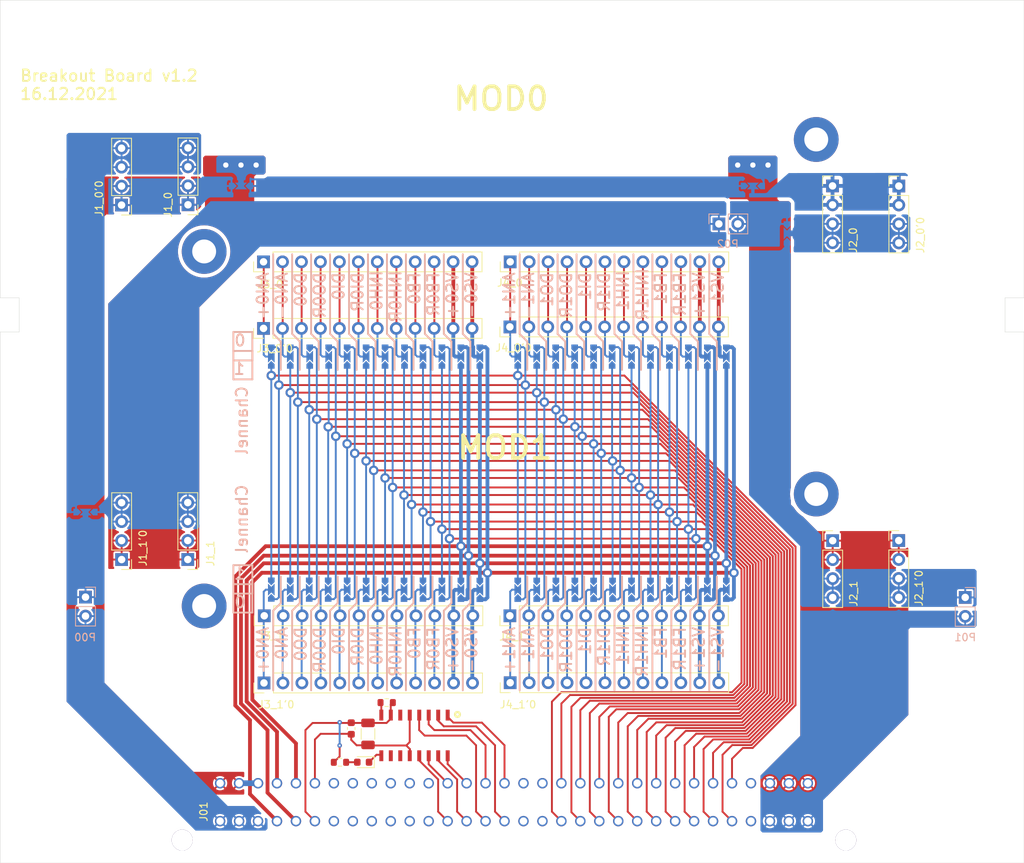
<source format=kicad_pcb>
(kicad_pcb (version 20211014) (generator pcbnew)
  (title_block (title "CAT-Modular Breadboard Breakout Board") (date "16.12.2021") (rev "0.1") (company "DLR e.V. Robert-Hooke Str. 7 28359 Bremen") (comment 1 "C. Strowik"))
  (layers (0 "F.Cu" signal "Top Layer") (31 "B.Cu" signal "Bottom Layer") (34 "B.Paste" user "Bottom Paste") (35 "F.Paste" user "Top Paste") (36 "B.SilkS" user "Bottom Overlay") (37 "F.SilkS" user "Top Overlay") (38 "B.Mask" user "Bottom Solder") (39 "F.Mask" user "Top Solder") (44 "Edge.Cuts" user))
  (property "ADDRESS1" "DLR Bremen")
  (property "ADDRESS2" "Institut...")
  (property "ADDRESS3" "Robert-Hooke-Str. 7")
  (property "ADDRESS4" "28359 Bremen")
  (property "APPROVEDBY" "N/A")
  (property "AUTHOR" "=Author")
  (property "CHECKEDBY" "=CheckedBy")
  (property "DOCUMENTNUMBER" "")
  (property "ORGANIZATION" "DLR Bremen")
  (property "SHEETTOTAL" "")
  (net 0 "")
  (net 1 "/CAT-BB-CFG/CAT-BB-PWR/AN0+")
  (net 2 "/CAT-BB-CFG/AN0+")
  (net 3 "/CAT-BB-CFG/AN1+")
  (net 4 "GND_out1")
  (net 5 "GND_in0")
  (net 6 "/CAT-BB-CFG/CAT-BB-PWR/AN1+")
  (net 7 "/CAT-BB-CFG/CAT-BB-LCL/AN1+")
  (net 8 "/CAT-BB-CFG/CAT-BB-LCL/AN0+")
  (net 9 "Vin0")
  (net 10 "Vout2")
  (net 11 "GND_out0")
  (net 12 "Vout1")
  (net 13 "Vin")
  (net 14 "Vin1")
  (net 15 "Vext")
  (net 16 "/CAT-BB-CFG/CAT-BB-PWR/AN0-")
  (net 17 "/CAT-BB-CFG/AN0-")
  (net 18 "/CAT-BB-CFG/AN1-")
  (net 19 "/CAT-BB-CFG/CAT-BB-PWR/AN1-")
  (net 20 "/CAT-BB-CFG/CAT-BB-LCL/AN1-")
  (net 21 "/CAT-BB-CFG/CAT-BB-LCL/AN0-")
  (net 22 "/CAT-BB-CFG/CAT-BB-PWR/DI0")
  (net 23 "/CAT-BB-CFG/DI0")
  (net 24 "/CAT-BB-CFG/DI1")
  (net 25 "/CAT-BB-CFG/CAT-BB-PWR/DI1")
  (net 26 "/CAT-BB-CFG/CAT-BB-LCL/DI1")
  (net 27 "/CAT-BB-CFG/CAT-BB-LCL/DI0")
  (net 28 "/CAT-BB-CFG/CAT-BB-PWR/DI0_RTN")
  (net 29 "/CAT-BB-CFG/DI0_RTN")
  (net 30 "/CAT-BB-CFG/DI1_RTN")
  (net 31 "/CAT-BB-CFG/CAT-BB-PWR/DI1_RTN")
  (net 32 "/CAT-BB-CFG/CAT-BB-LCL/DI1_RTN")
  (net 33 "/CAT-BB-CFG/CAT-BB-LCL/DI0_RTN")
  (net 34 "/CAT-BB-CFG/CAT-BB-PWR/DO0")
  (net 35 "/CAT-BB-CFG/DO0")
  (net 36 "/CAT-BB-CFG/DO1")
  (net 37 "/CAT-BB-CFG/CAT-BB-PWR/DO1")
  (net 38 "/CAT-BB-CFG/CAT-BB-LCL/DO1")
  (net 39 "/CAT-BB-CFG/CAT-BB-LCL/DO0")
  (net 40 "/CAT-BB-CFG/CAT-BB-PWR/DO0_RTN")
  (net 41 "/CAT-BB-CFG/DO0_RTN")
  (net 42 "/CAT-BB-CFG/DO1_RTN")
  (net 43 "/CAT-BB-CFG/CAT-BB-PWR/DO1_RTN")
  (net 44 "/CAT-BB-CFG/CAT-BB-LCL/DO1_RTN")
  (net 45 "/CAT-BB-CFG/CAT-BB-LCL/DO0_RTN")
  (net 46 "/CAT-BB-CFG/CAT-BB-PWR/VSEC1-")
  (net 47 "/CAT-BB-CFG/VSEC0-")
  (net 48 "/CAT-BB-CFG/VSEC1-")
  (net 49 "/CAT-BB-CFG/CAT-BB-PWR/VSEC0-")
  (net 50 "/CAT-BB-CFG/CAT-BB-LCL/VSEC0-")
  (net 51 "/CAT-BB-CFG/CAT-BB-LCL/VSEC1-")
  (net 52 "/CAT-BB-CFG/CAT-BB-PWR/VSEC1+")
  (net 53 "/CAT-BB-CFG/VSEC0+")
  (net 54 "/CAT-BB-CFG/VSEC1+")
  (net 55 "/CAT-BB-CFG/CAT-BB-PWR/VSEC0+")
  (net 56 "/CAT-BB-CFG/CAT-BB-LCL/VSEC0+")
  (net 57 "GND_ext")
  (net 58 "/CAT-BB-CFG/CAT-BB-LCL/VSEC1+")
  (net 59 "/CAT-BB-CFG/CAT-BB-PWR/INH1_RTN")
  (net 60 "/CAT-BB-CFG/INH0_RTN")
  (net 61 "/CAT-BB-CFG/INH1_RTN")
  (net 62 "/CAT-BB-CFG/CAT-BB-PWR/INH0_RTN")
  (net 63 "/CAT-BB-CFG/CAT-BB-LCL/INH0_RTN")
  (net 64 "/CAT-BB-CFG/CAT-BB-LCL/INH1_RTN")
  (net 65 "/CAT-BB-CFG/CAT-BB-PWR/INH1")
  (net 66 "/CAT-BB-CFG/INH0")
  (net 67 "/CAT-BB-CFG/INH1")
  (net 68 "/CAT-BB-CFG/CAT-BB-PWR/INH0")
  (net 69 "/CAT-BB-CFG/CAT-BB-LCL/INH0")
  (net 70 "/CAT-BB-CFG/CAT-BB-LCL/INH1")
  (net 71 "/CAT-BB-CFG/CAT-BB-PWR/FB1_RTN")
  (net 72 "/CAT-BB-CFG/FB0_RTN")
  (net 73 "/CAT-BB-CFG/FB1_RTN")
  (net 74 "/CAT-BB-CFG/CAT-BB-PWR/FB0_RTN")
  (net 75 "/CAT-BB-CFG/CAT-BB-LCL/FB0_RTN")
  (net 76 "/CAT-BB-CFG/CAT-BB-LCL/FB1_RTN")
  (net 77 "/CAT-BB-CFG/CAT-BB-PWR/FB1")
  (net 78 "/CAT-BB-CFG/FB0")
  (net 79 "/CAT-BB-CFG/FB1")
  (net 80 "/CAT-BB-CFG/CAT-BB-PWR/FB0")
  (net 81 "/CAT-BB-CFG/CAT-BB-LCL/FB0")
  (net 82 "/CAT-BB-CFG/CAT-BB-LCL/FB1")
  (net 83 "Net-(B49-Pad1)")
  (net 84 "Net-(B50-Pad2)")
  (net 85 "Net-(B51-Pad1)")
  (net 86 "Net-(B51-Pad3)")
  (net 87 "Net-(D1-Pad1)")
  (net 88 "Net-(J01-PadA1)")
  (net 92 "/CAT-BB-CON/ID2")
  (net 93 "/CAT-BB-CON/ID0")
  (net 94 "/CAT-BB-CON/ID4")
  (net 95 "/CAT-BB-CON/ID6")
  (net 105 "/CAT-BB-CON/ID3")
  (net 106 "/CAT-BB-CON/ID1")
  (net 107 "/CAT-BB-CON/OneWire")
  (net 108 "/CAT-BB-CON/ID5")
  (net 116 "Net-(Q01-Pad8)")
  (net 119 "Net-(D1-Pad0)")
  (footprint "footprints:DS28E04S-100&plus_" (layer "F.Cu") (at 135.426101 145.718601 -90)
    (fp_text reference "Q01" hide)
    (fp_text value "DS28E04-100" hide)
  )
  (footprint "Connector_PinHeader_2.54mm:PinHeader_1x04_P2.54mm_Vertical" (layer "F.Cu") (at 96.181101 74.668601 180)
    (fp_text reference "J1_0'0")
    (fp_text value "Header 4" hide)
  )
  (footprint "Connector_PinHeader_2.54mm:PinHeader_1x12_P2.54mm_Vertical" (layer "F.Cu") (at 148.247101 82.270601 90)
    (fp_text reference "J4_0")
    (fp_text value "Header 12" hide)
  )
  (footprint "Connector_PinHeader_2.54mm:PinHeader_1x04_P2.54mm_Vertical" (layer "F.Cu") (at 105.051101 122.148601 180)
    (fp_text reference "J1_1")
    (fp_text value "Header 4" hide)
  )
  (footprint "Connector_PinHeader_2.54mm:PinHeader_1x12_P2.54mm_Vertical" (layer "F.Cu") (at 148.201101 90.988601 90)
    (fp_text reference "J4_0'0")
    (fp_text value "Header 12" hide)
  )
  (footprint "Connector_PinHeader_2.54mm:PinHeader_1x12_P2.54mm_Vertical" (layer "F.Cu") (at 148.201101 129.688601 90)
    (fp_text reference "J4_1")
    (fp_text value "Header 12" hide)
  )
  (footprint "Connector_PinHeader_2.54mm:PinHeader_1x04_P2.54mm_Vertical" (layer "F.Cu") (at 96.191101 122.158601 180)
    (fp_text reference "J1_1'0")
    (fp_text value "Header 4" hide)
  )
  (footprint "Connector_PinHeader_2.54mm:PinHeader_1x04_P2.54mm_Vertical" (layer "F.Cu") (at 191.451101 119.628601)
    (fp_text reference "J2_1")
    (fp_text value "Header 4" hide)
  )
  (footprint "Connector_PinHeader_2.54mm:PinHeader_1x04_P2.54mm_Vertical" (layer "F.Cu") (at 200.301101 119.608601)
    (fp_text reference "J2_1'0")
    (fp_text value "Header 4" hide)
  )
  (footprint "Connector_PinHeader_2.54mm:PinHeader_1x04_P2.54mm_Vertical" (layer "F.Cu") (at 200.311101 72.118601)
    (fp_text reference "J2_0'0")
    (fp_text value "Header 4" hide)
  )
  (footprint "Capacitor_SMD:C_1206_3216Metric" (layer "F.Cu") (at 129.197101 145.516601 90)
    (fp_text reference "C02" hide)
    (fp_text value "VJ" hide)
  )
  (footprint "Resistor_SMD:R_0603_1608Metric" (layer "F.Cu") (at 131.701101 141.318601 180)
    (fp_text reference "R01" hide)
    (fp_text value "CRCW" hide)
  )
  (footprint "footprints:Mounting_Hole_Oval" (layer "F.Cu") (at 148.501101 53.568601)
    (fp_text reference "REF**" hide)
    (fp_text value "Mounting_Hole_Oval" hide)
  )
  (footprint "LED_SMD:LED_0603_1608Metric" (layer "F.Cu") (at 128.549101 149.306601 180)
    (fp_text reference "D1" hide)
    (fp_text value "L*L29K" hide)
  )
  (footprint "Connector_PinHeader_2.54mm:PinHeader_1x12_P2.54mm_Vertical" (layer "F.Cu") (at 115.301101 129.688601 90)
    (fp_text reference "J3_1")
    (fp_text value "Header 12" hide)
  )
  (footprint "Capacitor_SMD:C_0603_1608Metric" (layer "F.Cu") (at 126.951101 144.788601 90)
    (fp_text reference "C01" hide)
    (fp_text value "VJ" hide)
  )
  (footprint "Connector_PinHeader_2.54mm:PinHeader_1x04_P2.54mm_Vertical" (layer "F.Cu") (at 191.431101 72.098601)
    (fp_text reference "J2_0")
    (fp_text value "Header 4" hide)
  )
  (footprint "footprints:C064MR-3-0C1-1" (layer "F.Cu") (at 188.125101 157.200601)
    (fp_text reference "J01")
    (fp_text value "C064MR-3-0C1-1" hide)
  )
  (footprint "Connector_PinHeader_2.54mm:PinHeader_1x12_P2.54mm_Vertical" (layer "F.Cu") (at 115.201101 82.270601 90)
    (fp_text reference "J3_0")
    (fp_text value "Header 12" hide)
  )
  (footprint "Connector_PinHeader_2.54mm:PinHeader_1x12_P2.54mm_Vertical" (layer "F.Cu") (at 148.247101 138.658601 90)
    (fp_text reference "J4_1'0")
    (fp_text value "Header 12" hide)
  )
  (footprint "Connector_PinHeader_2.54mm:PinHeader_1x04_P2.54mm_Vertical" (layer "F.Cu") (at 105.081101 74.628601 180)
    (fp_text reference "J1_0")
    (fp_text value "Header 4" hide)
  )
  (footprint "Connector_PinHeader_2.54mm:PinHeader_1x12_P2.54mm_Vertical" (layer "F.Cu") (at 115.261101 138.688601 90)
    (fp_text reference "J3_1'0")
    (fp_text value "Header 12" hide)
  )
  (footprint "Connector_PinHeader_2.54mm:PinHeader_1x12_P2.54mm_Vertical" (layer "F.Cu") (at 115.201101 91.188601 90)
    (fp_text reference "J3_0'0")
    (fp_text value "Header 12" hide)
  )
  (footprint "Resistor_SMD:R_0603_1608Metric" (layer "F.Cu") (at 125.441101 149.318601)
    (fp_text reference "R00" hide)
    (fp_text value "CRCW" hide)
  )
  (footprint "footprints:0603_TripleSolderBridge" (layer "B.Cu") (at 123.931101 94.966601 -90)
    (fp_text reference "B21" hide)
    (fp_text value "0603_TripleSolderBridge" hide)
  )
  (footprint "footprints:0603_TripleSolderBridge" (layer "B.Cu") (at 185.331101 78.458601 -90)
    (fp_text reference "B50" hide)
    (fp_text value "0603_TripleSolderBridge" hide)
  )
  (footprint "footprints:0603_TripleSolderBridge" (layer "B.Cu") (at 141.641101 126.208601 90)
    (fp_text reference "B31" hide)
    (fp_text value "0603_TripleSolderBridge" hide)
  )
  (footprint "footprints:0603_TripleSolderBridge" (layer "B.Cu") (at 91.351101 115.798601 180)
    (fp_text reference "B49" hide)
    (fp_text value "0603_TripleSolderBridge" hide)
  )
  (footprint "footprints:0603_TripleSolderBridge" (layer "B.Cu") (at 121.391101 94.966601 -90)
    (fp_text reference "B17" hide)
    (fp_text value "0603_TripleSolderBridge" hide)
  )
  (footprint "footprints:0603_TripleSolderBridge" (layer "B.Cu") (at 154.371101 126.208601 90)
    (fp_text reference "B19" hide)
    (fp_text value "0603_TripleSolderBridge" hide)
  )
  (footprint "footprints:0603_TripleSolderBridge" (layer "B.Cu") (at 131.481101 126.208601 90)
    (fp_text reference "B39" hide)
    (fp_text value "0603_TripleSolderBridge" hide)
  )
  (footprint "footprints:0603_TripleSolderBridge" (layer "B.Cu") (at 118.781101 126.188601 90)
    (fp_text reference "B08" hide)
    (fp_text value "0603_TripleSolderBridge" hide)
  )
  (footprint "footprints:0603_TripleSolderBridge" (layer "B.Cu") (at 164.501101 126.198601 90)
    (fp_text reference "B40" hide)
    (fp_text value "0603_TripleSolderBridge" hide)
  )
  (footprint "footprints:0603_TripleSolderBridge" (layer "B.Cu") (at 172.121101 94.968601 -90)
    (fp_text reference "B41" hide)
    (fp_text value "0603_TripleSolderBridge" hide)
  )
  (footprint "footprints:0603_TripleSolderBridge" (layer "B.Cu") (at 134.021101 126.208601 90)
    (fp_text reference "B35" hide)
    (fp_text value "0603_TripleSolderBridge" hide)
  )
  (footprint "footprints:0603_TripleSolderBridge" (layer "B.Cu") (at 156.881101 94.968601 -90)
    (fp_text reference "B22" hide)
    (fp_text value "0603_TripleSolderBridge" hide)
  )
  (footprint "footprints:0603_TripleSolderBridge" (layer "B.Cu") (at 141.641101 94.966601 -90)
    (fp_text reference "B30" hide)
    (fp_text value "0603_TripleSolderBridge" hide)
  )
  (footprint "footprints:0603_TripleSolderBridge" (layer "B.Cu") (at 116.241101 126.186601 90)
    (fp_text reference "B04" hide)
    (fp_text value "0603_TripleSolderBridge" hide)
  )
  (footprint "footprints:0603_TripleSolderBridge" (layer "B.Cu") (at 139.101101 126.208601 90)
    (fp_text reference "B43" hide)
    (fp_text value "0603_TripleSolderBridge" hide)
  )
  (footprint "footprints:0603_TripleSolderBridge" (layer "B.Cu") (at 149.261101 126.208601 90)
    (fp_text reference "B03" hide)
    (fp_text value "0603_TripleSolderBridge" hide)
  )
  (footprint "footprints:0603_TripleSolderBridge" (layer "B.Cu") (at 167.041101 126.208601 90)
    (fp_text reference "B36" hide)
    (fp_text value "0603_TripleSolderBridge" hide)
  )
  (footprint "footprints:0603_TripleSolderBridge" (layer "B.Cu") (at 134.091101 94.966601 -90)
    (fp_text reference "B34" hide)
    (fp_text value "0603_TripleSolderBridge" hide)
  )
  (footprint "footprints:0603_TripleSolderBridge" (layer "B.Cu") (at 180.761101 72.108601 180)
    (fp_text reference "B52" hide)
    (fp_text value "0603_TripleSolderBridge" hide)
  )
  (footprint "footprints:0603_TripleSolderBridge" (layer "B.Cu") (at 139.101101 94.966601 -90)
    (fp_text reference "B42" hide)
    (fp_text value "0603_TripleSolderBridge" hide)
  )
  (footprint "footprints:0603_TripleSolderBridge" (layer "B.Cu") (at 156.911101 126.208601 90)
    (fp_text reference "B23" hide)
    (fp_text value "0603_TripleSolderBridge" hide)
  )
  (footprint "footprints:0603_TripleSolderBridge" (layer "B.Cu") (at 161.961101 126.208601 90)
    (fp_text reference "B15" hide)
    (fp_text value "0603_TripleSolderBridge" hide)
  )
  (footprint "footprints:0603_TripleSolderBridge" (layer "B.Cu") (at 116.24056 94.96806 -90)
    (fp_text reference "B01" hide)
    (fp_text value "0603_TripleSolderBridge" hide)
  )
  (footprint "footprints:0603_TripleSolderBridge" (layer "B.Cu") (at 161.901101 94.968601 -90)
    (fp_text reference "B14" hide)
    (fp_text value "0603_TripleSolderBridge" hide)
  )
  (footprint "footprints:0603_TripleSolderBridge" (layer "B.Cu") (at 151.801101 126.208601 90)
    (fp_text reference "B07" hide)
    (fp_text value "0603_TripleSolderBridge" hide)
  )
  (footprint "footprints:0603_TripleSolderBridge" (layer "B.Cu") (at 128.948854 126.218601 90)
    (fp_text reference "B16" hide)
    (fp_text value "0603_TripleSolderBridge" hide)
  )
  (footprint "footprints:0603_TripleSolderBridge" (layer "B.Cu") (at 126.401101 94.966601 -90)
    (fp_text reference "B09" hide)
    (fp_text value "0603_TripleSolderBridge" hide)
  )
  (footprint "footprints:0603_TripleSolderBridge" (layer "B.Cu") (at 177.201101 126.208601 90)
    (fp_text reference "B28" hide)
    (fp_text value "0603_TripleSolderBridge" hide)
  )
  (footprint "footprints:0603_TripleSolderBridge" (layer "B.Cu") (at 169.581101 126.208601 90)
    (fp_text reference "B48" hide)
    (fp_text value "0603_TripleSolderBridge" hide)
  )
  (footprint "footprints:0603_TripleSolderBridge" (layer "B.Cu") (at 144.181101 94.966601 -90)
    (fp_text reference "B26" hide)
    (fp_text value "0603_TripleSolderBridge" hide)
  )
  (footprint "footprints:0603_TripleSolderBridge" (layer "B.Cu") (at 136.561101 126.188601 90)
    (fp_text reference "B47" hide)
    (fp_text value "0603_TripleSolderBridge" hide)
  )
  (footprint "footprints:0603_TripleSolderBridge" (layer "B.Cu") (at 121.321101 126.188601 90)
    (fp_text reference "B20" hide)
    (fp_text value "0603_TripleSolderBridge" hide)
  )
  (footprint "footprints:0603_TripleSolderBridge" (layer "B.Cu") (at 149.261101 94.966601 -90)
    (fp_text reference "B02" hide)
    (fp_text value "0603_TripleSolderBridge" hide)
  )
  (footprint "footprints:0603_TripleSolderBridge" (layer "B.Cu") (at 112.181101 72.108601)
    (fp_text reference "B51" hide)
    (fp_text value "0603_TripleSolderBridge" hide)
  )
  (footprint "footprints:0603_TripleSolderBridge" (layer "B.Cu") (at 131.481101 94.968601 -90)
    (fp_text reference "B38" hide)
    (fp_text value "0603_TripleSolderBridge" hide)
  )
  (footprint "Connector_PinHeader_2.54mm:PinHeader_1x02_P2.54mm_Vertical" (layer "B.Cu") (at 91.351101 127.188601 180)
    (fp_text reference "P00")
    (fp_text value "Header 2" hide)
  )
  (footprint "footprints:0603_TripleSolderBridge" (layer "B.Cu") (at 123.861101 126.188601 90)
    (fp_text reference "B24" hide)
    (fp_text value "0603_TripleSolderBridge" hide)
  )
  (footprint "footprints:0603_TripleSolderBridge" (layer "B.Cu") (at 151.801101 94.968601 -90)
    (fp_text reference "B06" hide)
    (fp_text value "0603_TripleSolderBridge" hide)
  )
  (footprint "footprints:0603_TripleSolderBridge" (layer "B.Cu") (at 169.581101 94.968601 -90)
    (fp_text reference "B45" hide)
    (fp_text value "0603_TripleSolderBridge" hide)
  )
  (footprint "footprints:0603_TripleSolderBridge" (layer "B.Cu") (at 144.181101 126.218601 90)
    (fp_text reference "B27" hide)
    (fp_text value "0603_TripleSolderBridge" hide)
  )
  (footprint "footprints:0603_TripleSolderBridge" (layer "B.Cu") (at 154.341101 94.968601 -90)
    (fp_text reference "B18" hide)
    (fp_text value "0603_TripleSolderBridge" hide)
  )
  (footprint "footprints:0603_TripleSolderBridge" (layer "B.Cu") (at 164.501101 94.968601 -90)
    (fp_text reference "B37" hide)
    (fp_text value "0603_TripleSolderBridge" hide)
  )
  (footprint "Connector_PinHeader_2.54mm:PinHeader_1x02_P2.54mm_Vertical" (layer "B.Cu") (at 209.207101 127.228601 180)
    (fp_text reference "P01")
    (fp_text value "Header 2" hide)
  )
  (footprint "footprints:0603_TripleSolderBridge" (layer "B.Cu") (at 159.421101 126.208601 90)
    (fp_text reference "B11" hide)
    (fp_text value "0603_TripleSolderBridge" hide)
  )
  (footprint "footprints:0603_TripleSolderBridge" (layer "B.Cu") (at 167.041101 94.968601 -90)
    (fp_text reference "B33" hide)
    (fp_text value "0603_TripleSolderBridge" hide)
  )
  (footprint "footprints:0603_TripleSolderBridge" (layer "B.Cu") (at 126.401101 126.188601 90)
    (fp_text reference "B12" hide)
    (fp_text value "0603_TripleSolderBridge" hide)
  )
  (footprint "footprints:0603_TripleSolderBridge" (layer "B.Cu") (at 159.421101 94.968601 -90)
    (fp_text reference "B10" hide)
    (fp_text value "0603_TripleSolderBridge" hide)
  )
  (footprint "footprints:0603_TripleSolderBridge" (layer "B.Cu") (at 118.781101 94.968601 -90)
    (fp_text reference "B05" hide)
    (fp_text value "0603_TripleSolderBridge" hide)
  )
  (footprint "footprints:0603_TripleSolderBridge" (layer "B.Cu") (at 177.201101 94.968601 -90)
    (fp_text reference "B25" hide)
    (fp_text value "0603_TripleSolderBridge" hide)
  )
  (footprint "footprints:0603_TripleSolderBridge" (layer "B.Cu") (at 136.561101 94.966601 -90)
    (fp_text reference "B46" hide)
    (fp_text value "0603_TripleSolderBridge" hide)
  )
  (footprint "footprints:0603_TripleSolderBridge" (layer "B.Cu") (at 172.121101 126.208601 90)
    (fp_text reference "B44" hide)
    (fp_text value "0603_TripleSolderBridge" hide)
  )
  (footprint "Connector_PinHeader_2.54mm:PinHeader_1x02_P2.54mm_Vertical" (layer "B.Cu") (at 176.201101 77.190601 -90)
    (fp_text reference "P02")
    (fp_text value "Header 2" hide)
  )
  (footprint "footprints:0603_TripleSolderBridge" (layer "B.Cu") (at 174.661101 94.968601 -90)
    (fp_text reference "B29" hide)
    (fp_text value "0603_TripleSolderBridge" hide)
  )
  (footprint "footprints:0603_TripleSolderBridge" (layer "B.Cu") (at 128.941101 94.966601 -90)
    (fp_text reference "B13" hide)
    (fp_text value "0603_TripleSolderBridge" hide)
  )
  (footprint "footprints:0603_TripleSolderBridge" (layer "B.Cu") (at 174.661101 126.208601 90)
    (fp_text reference "B32" hide)
    (fp_text value "0603_TripleSolderBridge" hide)
  )
  (gr_line (start 172.377101 129.006601) (end 173.393101 127.990601) (layer "B.SilkS") (width 0.254))
  (gr_line (start 111.163101 95.478601) (end 111.163101 94.208601) (layer "B.SilkS") (width 0.254))
  (gr_line (start 129.197101 129.006601) (end 130.213101 127.990601) (layer "B.SilkS") (width 0.254))
  (gr_line (start 127.673101 127.990601) (end 127.673101 124.434601) (layer "B.SilkS") (width 0.254))
  (gr_line (start 124.117101 91.922601) (end 124.117101 81.254601) (layer "B.SilkS") (width 0.254))
  (gr_line (start 172.377101 91.922601) (end 173.393101 92.938601) (layer "B.SilkS") (width 0.254))
  (gr_line (start 142.913101 127.990601) (end 142.913101 124.434601) (layer "B.SilkS") (width 0.254))
  (gr_line (start 154.597101 91.922601) (end 154.597101 81.254601) (layer "B.SilkS") (width 0.254))
  (gr_line (start 173.393101 127.990601) (end 173.393101 124.434601) (layer "B.SilkS") (width 0.254))
  (gr_line (start 117.513101 127.990601) (end 117.513101 124.434601) (layer "B.SilkS") (width 0.254))
  (gr_line (start 154.597101 129.006601) (end 155.613101 127.990601) (layer "B.SilkS") (width 0.254))
  (gr_line (start 167.297101 91.922601) (end 168.313101 92.938601) (layer "B.SilkS") (width 0.254))
  (gr_line (start 142.913101 96.748601) (end 142.913101 92.938601) (layer "B.SilkS") (width 0.254))
  (gr_line (start 169.837101 91.922601) (end 169.837101 81.254601) (layer "B.SilkS") (width 0.254))
  (gr_line (start 165.773101 96.748601) (end 165.773101 92.938601) (layer "B.SilkS") (width 0.254))
  (gr_line (start 152.057101 129.006601) (end 153.073101 127.990601) (layer "B.SilkS") (width 0.254))
  (gr_line (start 126.657101 91.922601) (end 127.673101 92.938601) (layer "B.SilkS") (width 0.254))
  (gr_line (start 168.313101 96.748601) (end 168.313101 92.938601) (layer "B.SilkS") (width 0.254))
  (gr_line (start 149.517101 91.922601) (end 149.517101 81.254601) (layer "B.SilkS") (width 0.254))
  (gr_line (start 175.933101 127.990601) (end 175.933101 124.434601) (layer "B.SilkS") (width 0.254))
  (gr_line (start 167.297101 139.674601) (end 167.297101 129.006601) (layer "B.SilkS") (width 0.254))
  (gr_line (start 162.217101 91.922601) (end 163.233101 92.938601) (layer "B.SilkS") (width 0.254))
  (gr_line (start 174.917101 91.922601) (end 174.917101 81.254601) (layer "B.SilkS") (width 0.254))
  (gr_line (start 158.153101 96.748601) (end 158.153101 92.938601) (layer "B.SilkS") (width 0.254))
  (gr_line (start 119.037101 139.674601) (end 119.037101 129.006601) (layer "B.SilkS") (width 0.254))
  (gr_line (start 163.233101 96.748601) (end 163.233101 92.938601) (layer "B.SilkS") (width 0.254))
  (gr_line (start 136.817101 91.922601) (end 137.833101 92.938601) (layer "B.SilkS") (width 0.254))
  (gr_line (start 158.153101 127.990601) (end 158.153101 124.434601) (layer "B.SilkS") (width 0.254))
  (gr_line (start 111.163101 129.260601) (end 113.703101 129.260601) (layer "B.SilkS") (width 0.254))
  (gr_line (start 175.933101 96.748601) (end 175.933101 92.938601) (layer "B.SilkS") (width 0.254))
  (gr_line (start 137.833101 96.748601) (end 137.833101 92.938601) (layer "B.SilkS") (width 0.254))
  (gr_line (start 130.213101 127.990601) (end 130.213101 124.434601) (layer "B.SilkS") (width 0.254))
  (gr_line (start 136.817101 129.006601) (end 137.833101 127.990601) (layer "B.SilkS") (width 0.254))
  (gr_line (start 131.737101 91.922601) (end 131.737101 81.254601) (layer "B.SilkS") (width 0.254))
  (gr_line (start 131.737101 91.922601) (end 132.753101 92.938601) (layer "B.SilkS") (width 0.254))
  (gr_line (start 124.117101 91.922601) (end 125.133101 92.938601) (layer "B.SilkS") (width 0.254))
  (gr_line (start 150.533101 127.990601) (end 150.533101 124.434601) (layer "B.SilkS") (width 0.254))
  (gr_line (start 137.833101 127.990601) (end 137.833101 124.434601) (layer "B.SilkS") (width 0.254))
  (gr_line (start 126.657101 139.674601) (end 126.657101 129.006601) (layer "B.SilkS") (width 0.254))
  (gr_line (start 159.677101 129.006601) (end 160.693101 127.990601) (layer "B.SilkS") (width 0.254))
  (gr_line (start 113.703101 95.478601) (end 113.703101 94.208601) (layer "B.SilkS") (width 0.254))
  (gr_line (start 164.757101 139.674601) (end 164.757101 129.006601) (layer "B.SilkS") (width 0.254))
  (gr_line (start 129.197101 91.922601) (end 129.197101 81.254601) (layer "B.SilkS") (width 0.254))
  (gr_line (start 149.517101 91.922601) (end 150.533101 92.938601) (layer "B.SilkS") (width 0.254))
  (gr_line (start 113.703101 126.720601) (end 113.703101 125.450601) (layer "B.SilkS") (width 0.254))
  (gr_line (start 126.657101 129.006601) (end 127.673101 127.990601) (layer "B.SilkS") (width 0.254))
  (gr_line (start 134.277101 91.922601) (end 135.293101 92.938601) (layer "B.SilkS") (width 0.254))
  (gr_line (start 116.497101 91.922601) (end 117.513101 92.938601) (layer "B.SilkS") (width 0.254))
  (gr_line (start 168.313101 127.990601) (end 168.313101 124.434601) (layer "B.SilkS") (width 0.254))
  (gr_line (start 134.277101 139.674601) (end 134.277101 129.006601) (layer "B.SilkS") (width 0.254))
  (gr_line (start 150.533101 96.748601) (end 150.533101 92.938601) (layer "B.SilkS") (width 0.254))
  (gr_line (start 152.057101 91.922601) (end 152.057101 81.254601) (layer "B.SilkS") (width 0.254))
  (gr_line (start 135.293101 96.748601) (end 135.293101 92.938601) (layer "B.SilkS") (width 0.254))
  (gr_line (start 111.163101 91.668601) (end 113.703101 91.668601) (layer "B.SilkS") (width 0.254))
  (gr_line (start 120.053101 127.990601) (end 120.053101 124.434601) (layer "B.SilkS") (width 0.254))
  (gr_line (start 154.597101 139.674601) (end 154.597101 129.006601) (layer "B.SilkS") (width 0.254))
  (gr_line (start 111.163101 125.450601) (end 113.703101 125.450601) (layer "B.SilkS") (width 0.254))
  (gr_line (start 173.393101 96.748601) (end 173.393101 92.938601) (layer "B.SilkS") (width 0.254))
  (gr_line (start 125.133101 96.748601) (end 125.133101 92.938601) (layer "B.SilkS") (width 0.254))
  (gr_line (start 169.837101 129.006601) (end 170.853101 127.990601) (layer "B.SilkS") (width 0.254))
  (gr_line (start 129.197101 139.674601) (end 129.197101 129.006601) (layer "B.SilkS") (width 0.254))
  (gr_line (start 152.057101 91.922601) (end 153.073101 92.938601) (layer "B.SilkS") (width 0.254))
  (gr_line (start 141.897101 129.006601) (end 142.913101 127.990601) (layer "B.SilkS") (width 0.254))
  (gr_line (start 157.137101 139.674601) (end 157.137101 129.006601) (layer "B.SilkS") (width 0.254))
  (gr_line (start 159.677101 91.922601) (end 159.677101 81.254601) (layer "B.SilkS") (width 0.254))
  (gr_line (start 135.293101 127.990601) (end 135.293101 124.434601) (layer "B.SilkS") (width 0.254))
  (gr_line (start 116.497101 139.674601) (end 116.497101 129.006601) (layer "B.SilkS") (width 0.254))
  (gr_line (start 136.817101 91.922601) (end 136.817101 81.254601) (layer "B.SilkS") (width 0.254))
  (gr_line (start 132.753101 96.748601) (end 132.753101 92.938601) (layer "B.SilkS") (width 0.254))
  (gr_line (start 139.357101 91.922601) (end 140.373101 92.938601) (layer "B.SilkS") (width 0.254))
  (gr_line (start 157.137101 91.922601) (end 157.137101 81.254601) (layer "B.SilkS") (width 0.254))
  (gr_line (start 136.817101 139.674601) (end 136.817101 129.006601) (layer "B.SilkS") (width 0.254))
  (gr_line (start 120.053101 96.748601) (end 120.053101 92.938601) (layer "B.SilkS") (width 0.254))
  (gr_line (start 121.577101 91.922601) (end 121.577101 81.254601) (layer "B.SilkS") (width 0.254))
  (gr_line (start 121.577101 91.922601) (end 122.593101 92.938601) (layer "B.SilkS") (width 0.254))
  (gr_line (start 111.163101 94.208601) (end 111.163101 91.668601) (layer "B.SilkS") (width 0.254))
  (gr_line (start 167.297101 129.006601) (end 168.313101 127.990601) (layer "B.SilkS") (width 0.254))
  (gr_line (start 111.163101 129.260601) (end 111.163101 126.720601) (layer "B.SilkS") (width 0.254))
  (gr_line (start 125.133101 127.990601) (end 125.133101 124.434601) (layer "B.SilkS") (width 0.254))
  (gr_line (start 122.593101 127.990601) (end 122.593101 124.434601) (layer "B.SilkS") (width 0.254))
  (gr_line (start 153.073101 127.990601) (end 153.073101 124.434601) (layer "B.SilkS") (width 0.254))
  (gr_line (start 121.577101 129.006601) (end 122.593101 127.990601) (layer "B.SilkS") (width 0.254))
  (gr_line (start 113.703101 94.208601) (end 113.703101 91.668601) (layer "B.SilkS") (width 0.254))
  (gr_line (start 111.163101 126.720601) (end 111.163101 125.450601) (layer "B.SilkS") (width 0.254))
  (gr_line (start 119.037101 129.006601) (end 120.053101 127.990601) (layer "B.SilkS") (width 0.254))
  (gr_line (start 119.037101 91.922601) (end 120.053101 92.938601) (layer "B.SilkS") (width 0.254))
  (gr_line (start 131.737101 139.674601) (end 131.737101 129.006601) (layer "B.SilkS") (width 0.254))
  (gr_line (start 139.357101 129.006601) (end 140.373101 127.990601) (layer "B.SilkS") (width 0.254))
  (gr_line (start 160.693101 127.990601) (end 160.693101 124.434601) (layer "B.SilkS") (width 0.254))
  (gr_line (start 141.897101 91.922601) (end 142.913101 92.938601) (layer "B.SilkS") (width 0.254))
  (gr_line (start 164.757101 91.922601) (end 165.773101 92.938601) (layer "B.SilkS") (width 0.254))
  (gr_line (start 159.677101 91.922601) (end 160.693101 92.938601) (layer "B.SilkS") (width 0.254))
  (gr_line (start 119.037101 91.922601) (end 119.037101 81.254601) (layer "B.SilkS") (width 0.254))
  (gr_line (start 155.613101 96.748601) (end 155.613101 92.938601) (layer "B.SilkS") (width 0.254))
  (gr_line (start 130.213101 96.748601) (end 130.213101 92.938601) (layer "B.SilkS") (width 0.254))
  (gr_line (start 164.757101 129.006601) (end 165.773101 127.990601) (layer "B.SilkS") (width 0.254))
  (gr_line (start 124.117101 139.674601) (end 124.117101 129.006601) (layer "B.SilkS") (width 0.254))
  (gr_line (start 111.163101 98.018601) (end 111.163101 95.478601) (layer "B.SilkS") (width 0.254))
  (gr_line (start 162.217101 129.006601) (end 163.233101 127.990601) (layer "B.SilkS") (width 0.254))
  (gr_line (start 169.837101 91.922601) (end 170.853101 92.938601) (layer "B.SilkS") (width 0.254))
  (gr_line (start 160.693101 96.748601) (end 160.693101 92.938601) (layer "B.SilkS") (width 0.254))
  (gr_line (start 122.593101 96.748601) (end 122.593101 92.938601) (layer "B.SilkS") (width 0.254))
  (gr_line (start 162.217101 91.922601) (end 162.217101 81.254601) (layer "B.SilkS") (width 0.254))
  (gr_line (start 111.163101 94.208601) (end 111.417101 94.208601) (layer "B.SilkS") (width 0.254))
  (gr_line (start 172.377101 91.922601) (end 172.377101 81.254601) (layer "B.SilkS") (width 0.254))
  (gr_line (start 140.373101 127.990601) (end 140.373101 124.434601) (layer "B.SilkS") (width 0.254))
  (gr_line (start 172.377101 139.674601) (end 172.377101 129.006601) (layer "B.SilkS") (width 0.254))
  (gr_line (start 132.753101 127.990601) (end 132.753101 124.434601) (layer "B.SilkS") (width 0.254))
  (gr_line (start 124.117101 129.006601) (end 125.133101 127.990601) (layer "B.SilkS") (width 0.254))
  (gr_line (start 111.163101 122.910601) (end 113.703101 122.910601) (layer "B.SilkS") (width 0.254))
  (gr_line (start 162.217101 139.674601) (end 162.217101 129.006601) (layer "B.SilkS") (width 0.254))
  (gr_line (start 129.197101 91.922601) (end 130.213101 92.938601) (layer "B.SilkS") (width 0.254))
  (gr_line (start 139.357101 139.674601) (end 139.357101 129.006601) (layer "B.SilkS") (width 0.254))
  (gr_line (start 116.497101 91.922601) (end 116.497101 81.254601) (layer "B.SilkS") (width 0.254))
  (gr_line (start 131.737101 129.006601) (end 132.753101 127.990601) (layer "B.SilkS") (width 0.254))
  (gr_line (start 157.137101 91.922601) (end 158.153101 92.938601) (layer "B.SilkS") (width 0.254))
  (gr_line (start 126.657101 91.922601) (end 126.657101 81.254601) (layer "B.SilkS") (width 0.254))
  (gr_line (start 165.773101 127.990601) (end 165.773101 124.434601) (layer "B.SilkS") (width 0.254))
  (gr_line (start 121.577101 139.674601) (end 121.577101 129.006601) (layer "B.SilkS") (width 0.254))
  (gr_line (start 113.703101 129.260601) (end 113.703101 125.450601) (layer "B.SilkS") (width 0.254))
  (gr_line (start 141.897101 91.922601) (end 141.897101 81.254601) (layer "B.SilkS") (width 0.254))
  (gr_line (start 113.703101 125.450601) (end 113.703101 122.910601) (layer "B.SilkS") (width 0.254))
  (gr_line (start 167.297101 91.922601) (end 167.297101 81.254601) (layer "B.SilkS") (width 0.254))
  (gr_line (start 149.517101 139.674601) (end 149.517101 129.006601) (layer "B.SilkS") (width 0.254))
  (gr_line (start 174.917101 91.922601) (end 175.933101 92.938601) (layer "B.SilkS") (width 0.254))
  (gr_line (start 127.673101 96.748601) (end 127.673101 92.938601) (layer "B.SilkS") (width 0.254))
  (gr_line (start 159.677101 139.674601) (end 159.677101 129.006601) (layer "B.SilkS") (width 0.254))
  (gr_line (start 164.757101 91.922601) (end 164.757101 81.254601) (layer "B.SilkS") (width 0.254))
  (gr_line (start 169.837101 139.674601) (end 169.837101 129.006601) (layer "B.SilkS") (width 0.254))
  (gr_line (start 117.513101 96.748601) (end 117.513101 92.938601) (layer "B.SilkS") (width 0.254))
  (gr_line (start 134.277101 91.922601) (end 134.277101 81.254601) (layer "B.SilkS") (width 0.254))
  (gr_line (start 111.163101 125.450601) (end 111.163101 122.910601) (layer "B.SilkS") (width 0.254))
  (gr_line (start 141.897101 139.674601) (end 141.897101 129.006601) (layer "B.SilkS") (width 0.254))
  (gr_line (start 155.613101 127.990601) (end 155.613101 124.434601) (layer "B.SilkS") (width 0.254))
  (gr_line (start 111.163101 95.478601) (end 113.703101 95.478601) (layer "B.SilkS") (width 0.254))
  (gr_line (start 134.277101 129.006601) (end 135.293101 127.990601) (layer "B.SilkS") (width 0.254))
  (gr_line (start 139.357101 91.922601) (end 139.357101 81.254601) (layer "B.SilkS") (width 0.254))
  (gr_line (start 149.517101 129.006601) (end 150.533101 127.990601) (layer "B.SilkS") (width 0.254))
  (gr_line (start 111.163101 126.720601) (end 113.703101 126.720601) (layer "B.SilkS") (width 0.254))
  (gr_line (start 170.853101 96.748601) (end 170.853101 92.938601) (layer "B.SilkS") (width 0.254))
  (gr_line (start 154.597101 91.922601) (end 155.613101 92.938601) (layer "B.SilkS") (width 0.254))
  (gr_line (start 163.233101 127.990601) (end 163.233101 124.434601) (layer "B.SilkS") (width 0.254))
  (gr_line (start 170.853101 127.990601) (end 170.853101 124.434601) (layer "B.SilkS") (width 0.254))
  (gr_line (start 111.163101 94.208601) (end 113.703101 94.208601) (layer "B.SilkS") (width 0.254))
  (gr_line (start 116.497101 129.006601) (end 117.513101 127.990601) (layer "B.SilkS") (width 0.254))
  (gr_line (start 157.137101 129.006601) (end 158.153101 127.990601) (layer "B.SilkS") (width 0.254))
  (gr_line (start 111.163101 98.018601) (end 113.703101 98.018601) (layer "B.SilkS") (width 0.254))
  (gr_line (start 152.057101 139.674601) (end 152.057101 129.006601) (layer "B.SilkS") (width 0.254))
  (gr_line (start 153.073101 96.748601) (end 153.073101 92.938601) (layer "B.SilkS") (width 0.254))
  (gr_line (start 140.373101 96.748601) (end 140.373101 92.938601) (layer "B.SilkS") (width 0.254))
  (gr_line (start 174.917101 129.006601) (end 175.933101 127.990601) (layer "B.SilkS") (width 0.254))
  (gr_line (start 174.917101 139.674601) (end 174.917101 129.006601) (layer "B.SilkS") (width 0.254))
  (gr_line (start 113.703101 98.018601) (end 113.703101 94.208601) (layer "B.SilkS") (width 0.254))
  (gr_line (start 111.163101 125.450601) (end 111.417101 125.450601) (layer "B.SilkS") (width 0.254))
  (gr_line (start 217.081098 47.218606) (end 79.921101 47.218598) (layer "Edge.Cuts") (width 0.05))
  (gr_line (start 82.461098 91.668606) (end 79.921098 91.668604) (layer "Edge.Cuts") (width 0.05))
  (gr_line (start 82.461101 87.096606) (end 82.461098 91.668606) (layer "Edge.Cuts") (width 0.05))
  (gr_line (start 79.921098 91.668604) (end 79.921101 162.788601) (layer "Edge.Cuts") (width 0.05))
  (gr_line (start 217.081101 87.096601) (end 217.081098 47.218606) (layer "Edge.Cuts") (width 0.05))
  (gr_line (start 79.921101 162.788601) (end 217.081101 162.788601) (layer "Edge.Cuts") (width 0.05))
  (gr_line (start 217.081101 91.668601) (end 214.541101 91.668601) (layer "Edge.Cuts") (width 0.05))
  (gr_line (start 214.541101 91.668601) (end 214.541101 87.096601) (layer "Edge.Cuts") (width 0.05))
  (gr_line (start 217.081101 162.788601) (end 217.081101 91.668601) (layer "Edge.Cuts") (width 0.05))
  (gr_line (start 79.921098 87.096604) (end 82.461101 87.096606) (layer "Edge.Cuts") (width 0.05))
  (gr_line (start 217.081101 91.668601) (end 217.081101 91.668601) (layer "Edge.Cuts") (width 0.05))
  (gr_line (start 79.921101 47.218598) (end 79.921098 87.096604) (layer "Edge.Cuts") (width 0.05))
  (gr_line (start 214.541101 87.096601) (end 217.081101 87.096601) (layer "Edge.Cuts") (width 0.05))
  (gr_text "DO1" (at 154.089101 131.038601 90) (layer "B.SilkS") (effects (font (size 1.524 1.524) (thickness 0.254)) (justify left bottom mirror)))
  (gr_text "0" (at 112.941101 128.752601) (layer "B.SilkS") (effects (font (size 1.524 1.524) (thickness 0.254)) (justify left bottom mirror)))
  (gr_text "DI1R" (at 161.709101 83.540601 90) (layer "B.SilkS") (effects (font (size 1.524 1.524) (thickness 0.254)) (justify left bottom mirror)))
  (gr_text "DI1" (at 159.169101 83.540601 90) (layer "B.SilkS") (effects (font (size 1.524 1.524) (thickness 0.254)) (justify left bottom mirror)))
  (gr_text "1" (at 112.831101 97.498601) (layer "B.SilkS") (effects (font (size 1.524 1.524) (thickness 0.254)) (justify left bottom mirror)))
  (gr_text "VS0+" (at 141.389101 131.038601 90) (layer "B.SilkS") (effects (font (size 1.524 1.524) (thickness 0.254)) (justify left bottom mirror)))
  (gr_text "DO1R" (at 156.629101 83.540601 90) (layer "B.SilkS") (effects (font (size 1.524 1.524) (thickness 0.254)) (justify left bottom mirror)))
  (gr_text "INH1R" (at 166.789101 130.784601 90) (layer "B.SilkS") (effects (font (size 1.524 1.524) (thickness 0.254)) (justify left bottom mirror)))
  (gr_text "INH0" (at 131.229101 83.286601 90) (layer "B.SilkS") (effects (font (size 1.524 1.524) (thickness 0.254)) (justify left bottom mirror)))
  (gr_text "DI0" (at 126.149101 131.038601 90) (layer "B.SilkS") (effects (font (size 1.524 1.524) (thickness 0.254)) (justify left bottom mirror)))
  (gr_text "AN0-" (at 118.529101 83.540601 90) (layer "B.SilkS") (effects (font (size 1.524 1.524) (thickness 0.254)) (justify left bottom mirror)))
  (gr_text "DO0R" (at 123.609101 131.038601 90) (layer "B.SilkS") (effects (font (size 1.524 1.524) (thickness 0.254)) (justify left bottom mirror)))
  (gr_text "INH0R" (at 133.769101 83.286601 90) (layer "B.SilkS") (effects (font (size 1.524 1.524) (thickness 0.254)) (justify left bottom mirror)))
  (gr_text "INH0R" (at 133.769101 130.784601 90) (layer "B.SilkS") (effects (font (size 1.524 1.524) (thickness 0.254)) (justify left bottom mirror)))
  (gr_text "DI1" (at 159.169101 131.038601 90) (layer "B.SilkS") (effects (font (size 1.524 1.524) (thickness 0.254)) (justify left bottom mirror)))
  (gr_text "DI0R" (at 128.689101 83.540601 90) (layer "B.SilkS") (effects (font (size 1.524 1.524) (thickness 0.254)) (justify left bottom mirror)))
  (gr_text "VS1-" (at 176.949101 131.038601 90) (layer "B.SilkS") (effects (font (size 1.524 1.524) (thickness 0.254)) (justify left bottom mirror)))
  (gr_text "VS0-" (at 143.929101 131.038601 90) (layer "B.SilkS") (effects (font (size 1.524 1.524) (thickness 0.254)) (justify left bottom mirror)))
  (gr_text "FB1R" (at 171.869101 131.038601 90) (layer "B.SilkS") (effects (font (size 1.524 1.524) (thickness 0.254)) (justify left bottom mirror)))
  (gr_text "FB0R" (at 138.849101 83.540601 90) (layer "B.SilkS") (effects (font (size 1.524 1.524) (thickness 0.254)) (justify left bottom mirror)))
  (gr_text "FB1" (at 169.329101 83.540601 90) (layer "B.SilkS") (effects (font (size 1.524 1.524) (thickness 0.254)) (justify left bottom mirror)))
  (gr_text "AN0+" (at 115.989101 131.038601 90) (layer "B.SilkS") (effects (font (size 1.524 1.524) (thickness 0.254)) (justify left bottom mirror)))
  (gr_text "VS0+" (at 141.389101 83.540601 90) (layer "B.SilkS") (effects (font (size 1.524 1.524) (thickness 0.254)) (justify left bottom mirror)))
  (gr_text "FB1R" (at 171.869101 83.540601 90) (layer "B.SilkS") (effects (font (size 1.524 1.524) (thickness 0.254)) (justify left bottom mirror)))
  (gr_text "DO1R" (at 156.629101 131.038601 90) (layer "B.SilkS") (effects (font (size 1.524 1.524) (thickness 0.254)) (justify left bottom mirror)))
  (gr_text "DI1R" (at 161.709101 131.038601 90) (layer "B.SilkS") (effects (font (size 1.524 1.524) (thickness 0.254)) (justify left bottom mirror)))
  (gr_text "DO1" (at 154.089101 83.540601 90) (layer "B.SilkS") (effects (font (size 1.524 1.524) (thickness 0.254)) (justify left bottom mirror)))
  (gr_text "FB0R" (at 138.849101 131.038601 90) (layer "B.SilkS") (effects (font (size 1.524 1.524) (thickness 0.254)) (justify left bottom mirror)))
  (gr_text "INH0" (at 131.229101 130.784601 90) (layer "B.SilkS") (effects (font (size 1.524 1.524) (thickness 0.254)) (justify left bottom mirror)))
  (gr_text "Channel" (at 113.195101 111.988601 90) (layer "B.SilkS") (effects (font (size 1.524 1.524) (thickness 0.254)) (justify left bottom mirror)))
  (gr_text "FB0" (at 136.309101 83.540601 90) (layer "B.SilkS") (effects (font (size 1.524 1.524) (thickness 0.254)) (justify left bottom mirror)))
  (gr_text "DO0R" (at 123.609101 83.540601 90) (layer "B.SilkS") (effects (font (size 1.524 1.524) (thickness 0.254)) (justify left bottom mirror)))
  (gr_text "AN1-" (at 151.549101 131.038601 90) (layer "B.SilkS") (effects (font (size 1.524 1.524) (thickness 0.254)) (justify left bottom mirror)))
  (gr_text "INH1" (at 164.249101 83.286601 90) (layer "B.SilkS") (effects (font (size 1.524 1.524) (thickness 0.254)) (justify left bottom mirror)))
  (gr_text "DO0" (at 121.069101 131.038601 90) (layer "B.SilkS") (effects (font (size 1.524 1.524) (thickness 0.254)) (justify left bottom mirror)))
  (gr_text "VS0-" (at 143.929101 83.540601 90) (layer "B.SilkS") (effects (font (size 1.524 1.524) (thickness 0.254)) (justify left bottom mirror)))
  (gr_text "AN1+" (at 149.009101 83.540601 90) (layer "B.SilkS") (effects (font (size 1.524 1.524) (thickness 0.254)) (justify left bottom mirror)))
  (gr_text "AN1+" (at 149.009101 131.038601 90) (layer "B.SilkS") (effects (font (size 1.524 1.524) (thickness 0.254)) (justify left bottom mirror)))
  (gr_text "DO0" (at 121.069101 83.540601 90) (layer "B.SilkS") (effects (font (size 1.524 1.524) (thickness 0.254)) (justify left bottom mirror)))
  (gr_text "INH1" (at 164.249101 130.784601 90) (layer "B.SilkS") (effects (font (size 1.524 1.524) (thickness 0.254)) (justify left bottom mirror)))
  (gr_text "INH1R" (at 166.851101 82.998601 90) (layer "B.SilkS") (effects (font (size 1.524 1.524) (thickness 0.254)) (justify left bottom mirror)))
  (gr_text "1" (at 112.881101 124.942601) (layer "B.SilkS") (effects (font (size 1.524 1.524) (thickness 0.254)) (justify left bottom mirror)))
  (gr_text "Channel" (at 113.195101 98.780601 90) (layer "B.SilkS") (effects (font (size 1.524 1.524) (thickness 0.254)) (justify left bottom mirror)))
  (gr_text "DI0R" (at 128.689101 131.038601 90) (layer "B.SilkS") (effects (font (size 1.524 1.524) (thickness 0.254)) (justify left bottom mirror)))
  (gr_text "FB1" (at 169.329101 131.038601 90) (layer "B.SilkS") (effects (font (size 1.524 1.524) (thickness 0.254)) (justify left bottom mirror)))
  (gr_text "0" (at 112.941101 93.700601) (layer "B.SilkS") (effects (font (size 1.524 1.524) (thickness 0.254)) (justify left bottom mirror)))
  (gr_text "AN0+" (at 115.989101 83.540601 90) (layer "B.SilkS") (effects (font (size 1.524 1.524) (thickness 0.254)) (justify left bottom mirror)))
  (gr_text "VS1+" (at 174.409101 83.540601 90) (layer "B.SilkS") (effects (font (size 1.524 1.524) (thickness 0.254)) (justify left bottom mirror)))
  (gr_text "AN1-" (at 151.549101 83.540601 90) (layer "B.SilkS") (effects (font (size 1.524 1.524) (thickness 0.254)) (justify left bottom mirror)))
  (gr_text "AN0-" (at 118.529101 131.038601 90) (layer "B.SilkS") (effects (font (size 1.524 1.524) (thickness 0.254)) (justify left bottom mirror)))
  (gr_text "VS1+" (at 174.409101 131.038601 90) (layer "B.SilkS") (effects (font (size 1.524 1.524) (thickness 0.254)) (justify left bottom mirror)))
  (gr_text "VS1-" (at 176.949101 83.540601 90) (layer "B.SilkS") (effects (font (size 1.524 1.524) (thickness 0.254)) (justify left bottom mirror)))
  (gr_text "FB0" (at 136.309101 131.038601 90) (layer "B.SilkS") (effects (font (size 1.524 1.524) (thickness 0.254)) (justify left bottom mirror)))
  (gr_text "DI0" (at 126.149101 83.540601 90) (layer "B.SilkS") (effects (font (size 1.524 1.524) (thickness 0.254)) (justify left bottom mirror)))
  (gr_text "Breakout Board v1.2\n16.12.2021" (at 82.461101 60.680601) (layer "F.SilkS") (effects (font (size 1.524 1.524) (thickness 0.254)) (justify left bottom)))
  (gr_text "MOD1" (at 140.881101 108.940601) (layer "F.SilkS") (effects (font (size 3.048 3.048) (thickness 0.508)) (justify left bottom)))
  (gr_text "MOD0" (at 140.373101 62.204601) (layer "F.SilkS") (effects (font (size 3.048 3.048) (thickness 0.508)) (justify left bottom)))
  (via (at 189.247781 113.377981) (size 6) (drill 3.2) (layers "F.Cu" "B.Cu") (net 0))
  (via (at 107.246421 128.379221) (size 6) (drill 3.2) (layers "F.Cu" "B.Cu") (net 0))
  (via (at 189.247781 65.879981) (size 6) (drill 3.2) (layers "F.Cu" "B.Cu") (net 0))
  (via (at 107.246421 80.881221) (size 6) (drill 3.2) (layers "F.Cu" "B.Cu") (net 0))
  (segment (start 115.227101 91.160601) (end 115.227101 82.270601) (width 0.254) (layer "F.Cu") (net 1))
  (segment (start 115.227101 94.716601) (end 115.227101 91.160601) (width 0.254) (layer "B.Cu") (net 1))
  (segment (start 115.227101 94.716601) (end 115.481101 94.970601) (width 0.254) (layer "B.Cu") (net 1))
  (segment (start 115.481101 94.970601) (end 116.243101 94.970601) (width 0.254) (layer "B.Cu") (net 1))
  (segment (start 176.695101 148.310601) (end 177.991101 147.014601) (width 0.254) (layer "F.Cu") (net 2))
  (segment (start 164.28301 98.780601) (end 186.093101 120.590692) (width 0.254) (layer "F.Cu") (net 2))
  (segment (start 180.577775 147.014601) (end 186.093101 141.499276) (width 0.254) (layer "F.Cu") (net 2))
  (segment (start 150.279101 98.780601) (end 164.28301 98.780601) (width 0.254) (layer "F.Cu") (net 2))
  (segment (start 177.991101 147.014601) (end 180.577775 147.014601) (width 0.254) (layer "F.Cu") (net 2))
  (segment (start 117.259101 98.780601) (end 150.279101 98.780601) (width 0.254) (layer "F.Cu") (net 2))
  (segment (start 176.695101 155.930601) (end 177.965101 157.200601) (width 0.254) (layer "F.Cu") (net 2))
  (segment (start 186.093101 141.499276) (end 186.093101 120.590692) (width 0.254) (layer "F.Cu") (net 2))
  (segment (start 176.695101 155.930601) (end 176.695101 148.310601) (width 0.254) (layer "F.Cu") (net 2))
  (via (at 150.279101 98.780601) (size 1.27) (drill 0.7112) (layers "F.Cu" "B.Cu") (net 2))
  (via (at 117.259101 98.780601) (size 1.27) (drill 0.7112) (layers "F.Cu" "B.Cu") (net 2))
  (segment (start 116.243101 127.463551) (end 117.005101 127.463551) (width 0.254) (layer "B.Cu") (net 2))
  (segment (start 150.279101 127.209551) (end 150.279101 98.780601) (width 0.254) (layer "B.Cu") (net 2))
  (segment (start 149.263101 127.482601) (end 150.006051 127.482601) (width 0.254) (layer "B.Cu") (net 2))
  (segment (start 150.279101 98.780601) (end 150.279101 93.954601) (width 0.254) (layer "B.Cu") (net 2))
  (segment (start 117.259101 98.780601) (end 117.259101 93.954601) (width 0.254) (layer "B.Cu") (net 2))
  (segment (start 117.005101 127.463551) (end 117.259101 127.209551) (width 0.254) (layer "B.Cu") (net 2))
  (segment (start 117.259101 127.209551) (end 117.259101 98.780601) (width 0.254) (layer "B.Cu") (net 2))
  (segment (start 149.263101 93.700601) (end 150.025101 93.700601) (width 0.254) (layer "B.Cu") (net 2))
  (segment (start 150.025101 93.700601) (end 150.279101 93.954601) (width 0.254) (layer "B.Cu") (net 2))
  (segment (start 117.005101 93.700601) (end 117.259101 93.954601) (width 0.254) (layer "B.Cu") (net 2))
  (segment (start 150.006051 127.482601) (end 150.279101 127.209551) (width 0.254) (layer "B.Cu") (net 2))
  (segment (start 116.243101 93.700601) (end 117.005101 93.700601) (width 0.254) (layer "B.Cu") (net 2))
  (segment (start 180.735591 147.395601) (end 186.474101 141.657091) (width 0.254) (layer "F.Cu") (net 3))
  (segment (start 177.965101 148.846754) (end 179.416254 147.395601) (width 0.254) (layer "F.Cu") (net 3))
  (segment (start 163.551825 97.510601) (end 186.474101 120.432877) (width 0.254) (layer "F.Cu") (net 3))
  (segment (start 116.243101 97.510601) (end 149.263101 97.510601) (width 0.254) (layer "F.Cu") (net 3))
  (segment (start 179.416254 147.395601) (end 180.735591 147.395601) (width 0.254) (layer "F.Cu") (net 3))
  (segment (start 177.965101 152.120601) (end 177.965101 148.846754) (width 0.254) (layer "F.Cu") (net 3))
  (segment (start 186.474101 141.657091) (end 186.474101 120.432877) (width 0.254) (layer "F.Cu") (net 3))
  (segment (start 149.263101 97.510601) (end 163.551825 97.510601) (width 0.254) (layer "F.Cu") (net 3))
  (via (at 116.243101 97.510601) (size 1.27) (drill 0.7112) (layers "F.Cu" "B.Cu") (net 3))
  (via (at 149.263101 97.510601) (size 1.27) (drill 0.7112) (layers "F.Cu" "B.Cu") (net 3))
  (segment (start 149.263101 97.510601) (end 149.263101 96.240601) (width 0.254) (layer "B.Cu") (net 3))
  (segment (start 116.243101 124.923551) (end 116.243101 97.510601) (width 0.254) (layer "B.Cu") (net 3))
  (segment (start 116.243101 97.510601) (end 116.243101 96.240601) (width 0.254) (layer "B.Cu") (net 3))
  (segment (start 149.263101 124.942601) (end 149.263101 97.510601) (width 0.254) (layer "B.Cu") (net 3))
  (via (at 180.759101 69.308503) (size 1.27) (drill 0.7112) (layers "F.Cu" "B.Cu") (net 4))
  (via (at 182.787291 69.308503) (size 1.27) (drill 0.7112) (layers "F.Cu" "B.Cu") (net 4))
  (via (at 178.726265 69.308503) (size 1.27) (drill 0.7112) (layers "F.Cu" "B.Cu") (net 4))
  (segment (start 109.784038 72.110601) (end 110.909101 72.110601) (width 0.254) (layer "B.Cu") (net 5))
  (segment (start 110.909101 72.110601) (end 110.909101 71.132444) (width 0.254) (layer "B.Cu") (net 5))
  (segment (start 111.925101 152.120601) (end 114.465101 152.120601) (width 0.762) (layer "B.Cu") (net 5))
  (segment (start 110.909101 73.126601) (end 110.909101 72.110601) (width 0.254) (layer "B.Cu") (net 5))
  (segment (start 148.247101 91.160601) (end 148.247101 82.270601) (width 0.254) (layer "F.Cu") (net 6))
  (segment (start 148.247101 94.716601) (end 148.247101 91.160601) (width 0.254) (layer "B.Cu") (net 6))
  (segment (start 148.247101 94.716601) (end 148.501101 94.970601) (width 0.254) (layer "B.Cu") (net 6))
  (segment (start 148.501101 94.970601) (end 149.263101 94.970601) (width 0.254) (layer "B.Cu") (net 6))
  (segment (start 148.247101 129.768601) (end 148.247101 126.447551) (width 0.254) (layer "B.Cu") (net 7))
  (segment (start 148.501101 126.193551) (end 149.244051 126.193551) (width 0.254) (layer "B.Cu") (net 7))
  (segment (start 148.247101 126.447551) (end 148.501101 126.193551) (width 0.254) (layer "B.Cu") (net 7))
  (segment (start 149.244051 126.193551) (end 149.263101 126.212601) (width 0.254) (layer "B.Cu") (net 7))
  (segment (start 148.247101 138.658601) (end 148.247101 129.768601) (width 0.254) (layer "B.Cu") (net 7))
  (segment (start 115.227101 129.768601) (end 115.227101 126.466601) (width 0.254) (layer "B.Cu") (net 8))
  (segment (start 115.227101 138.658601) (end 115.227101 129.768601) (width 0.254) (layer "B.Cu") (net 8))
  (segment (start 115.500151 126.193551) (end 116.243101 126.193551) (width 0.254) (layer "B.Cu") (net 8))
  (segment (start 115.227101 126.466601) (end 115.500151 126.193551) (width 0.254) (layer "B.Cu") (net 8))
  (segment (start 90.081101 115.798601) (end 90.081101 114.02227) (width 0.254) (layer "B.Cu") (net 9))
  (segment (start 89.065101 115.798601) (end 90.081101 115.798601) (width 0.254) (layer "B.Cu") (net 9))
  (segment (start 185.331101 78.460601) (end 186.347101 78.460601) (width 0.762) (layer "B.Cu") (net 10))
  (segment (start 185.331101 81.000601) (end 185.331101 79.730601) (width 0.762) (layer "B.Cu") (net 12))
  (segment (start 92.621101 115.798601) (end 93.891101 115.798601) (width 0.254) (layer "B.Cu") (net 14))
  (segment (start 131.681101 144.048601) (end 132.245101 143.484601) (width 0.254) (layer "F.Cu") (net 15))
  (segment (start 124.616101 149.318601) (end 125.399101 148.535601) (width 0.254) (layer "F.Cu") (net 15))
  (segment (start 120.815101 145.008601) (end 121.775101 144.048601) (width 0.254) (layer "F.Cu") (net 15))
  (segment (start 121.775101 144.048601) (end 131.681101 144.048601) (width 0.254) (layer "F.Cu") (net 15))
  (segment (start 125.399101 148.535601) (end 125.399101 147.066601) (width 0.254) (layer "F.Cu") (net 15))
  (segment (start 122.085101 157.200601) (end 120.815101 155.930601) (width 0.254) (layer "F.Cu") (net 15))
  (segment (start 132.406101 141.438601) (end 132.513101 141.438601) (width 0.254) (layer "F.Cu") (net 15))
  (segment (start 132.245101 143.484601) (end 132.245101 141.599601) (width 0.254) (layer "F.Cu") (net 15))
  (segment (start 132.245101 141.599601) (end 132.406101 141.438601) (width 0.254) (layer "F.Cu") (net 15))
  (segment (start 120.815101 155.930601) (end 120.815101 145.008601) (width 0.254) (layer "F.Cu") (net 15))
  (via (at 125.399101 147.066601) (size 0.6) (drill 0.25) (layers "F.Cu" "B.Cu") (net 15))
  (via (at 125.399101 143.966601) (size 0.6) (drill 0.25) (layers "F.Cu" "B.Cu") (net 15))
  (segment (start 125.399101 147.066601) (end 125.399101 143.966601) (width 0.254) (layer "B.Cu") (net 15))
  (segment (start 117.767101 91.160601) (end 117.767101 82.270601) (width 0.254) (layer "F.Cu") (net 16))
  (segment (start 118.021101 94.970601) (end 118.783101 94.970601) (width 0.254) (layer "B.Cu") (net 16))
  (segment (start 117.767101 94.716601) (end 118.021101 94.970601) (width 0.254) (layer "B.Cu") (net 16))
  (segment (start 117.767101 94.716601) (end 117.767101 91.160601) (width 0.254) (layer "B.Cu") (net 16))
  (segment (start 185.331101 141.183645) (end 185.331101 120.906323) (width 0.254) (layer "F.Cu") (net 17))
  (segment (start 180.262145 146.252601) (end 185.331101 141.183645) (width 0.254) (layer "F.Cu") (net 17))
  (segment (start 165.491379 101.066601) (end 185.331101 120.906323) (width 0.254) (layer "F.Cu") (net 17))
  (segment (start 174.155101 147.548601) (end 175.451101 146.252601) (width 0.254) (layer "F.Cu") (net 17))
  (segment (start 119.799101 101.066601) (end 152.819101 101.066601) (width 0.254) (layer "F.Cu") (net 17))
  (segment (start 152.819101 101.066601) (end 165.491379 101.066601) (width 0.254) (layer "F.Cu") (net 17))
  (segment (start 174.155101 155.930601) (end 175.425101 157.200601) (width 0.254) (layer "F.Cu") (net 17))
  (segment (start 174.155101 155.930601) (end 174.155101 147.548601) (width 0.254) (layer "F.Cu") (net 17))
  (segment (start 175.451101 146.252601) (end 180.262145 146.252601) (width 0.254) (layer "F.Cu") (net 17))
  (via (at 119.799101 101.066601) (size 1.27) (drill 0.7112) (layers "F.Cu" "B.Cu") (net 17))
  (via (at 152.819101 101.066601) (size 1.27) (drill 0.7112) (layers "F.Cu" "B.Cu") (net 17))
  (segment (start 118.783101 93.700601) (end 119.595901 93.700601) (width 0.254) (layer "B.Cu") (net 17))
  (segment (start 152.819101 127.209551) (end 152.819101 101.066601) (width 0.254) (layer "B.Cu") (net 17))
  (segment (start 151.803101 93.700601) (end 152.565101 93.700601) (width 0.254) (layer "B.Cu") (net 17))
  (segment (start 119.799101 101.066601) (end 119.799101 93.903801) (width 0.254) (layer "B.Cu") (net 17))
  (segment (start 119.799101 127.209551) (end 119.799101 101.066601) (width 0.254) (layer "B.Cu") (net 17))
  (segment (start 152.819101 101.066601) (end 152.819101 93.954601) (width 0.254) (layer "B.Cu") (net 17))
  (segment (start 152.565101 93.700601) (end 152.819101 93.954601) (width 0.254) (layer "B.Cu") (net 17))
  (segment (start 152.546051 127.482601) (end 152.819101 127.209551) (width 0.254) (layer "B.Cu") (net 17))
  (segment (start 119.545101 127.463551) (end 119.799101 127.209551) (width 0.254) (layer "B.Cu") (net 17))
  (segment (start 119.595901 93.700601) (end 119.799101 93.903801) (width 0.254) (layer "B.Cu") (net 17))
  (segment (start 118.783101 127.463551) (end 119.545101 127.463551) (width 0.254) (layer "B.Cu") (net 17))
  (segment (start 151.803101 127.482601) (end 152.546051 127.482601) (width 0.254) (layer "B.Cu") (net 17))
  (segment (start 175.425101 152.120601) (end 175.425101 148.056601) (width 0.254) (layer "F.Cu") (net 18))
  (segment (start 164.760195 99.796601) (end 185.712101 120.748507) (width 0.254) (layer "F.Cu") (net 18))
  (segment (start 118.783101 99.796601) (end 151.803101 99.796601) (width 0.254) (layer "F.Cu") (net 18))
  (segment (start 151.803101 99.796601) (end 164.760195 99.796601) (width 0.254) (layer "F.Cu") (net 18))
  (segment (start 180.41996 146.633601) (end 185.712101 141.341461) (width 0.254) (layer "F.Cu") (net 18))
  (segment (start 176.848101 146.633601) (end 180.41996 146.633601) (width 0.254) (layer "F.Cu") (net 18))
  (segment (start 175.425101 148.056601) (end 176.848101 146.633601) (width 0.254) (layer "F.Cu") (net 18))
  (segment (start 185.712101 141.341461) (end 185.712101 120.748507) (width 0.254) (layer "F.Cu") (net 18))
  (via (at 151.803101 99.796601) (size 1.27) (drill 0.7112) (layers "F.Cu" "B.Cu") (net 18))
  (via (at 118.783101 99.796601) (size 1.27) (drill 0.7112) (layers "F.Cu" "B.Cu") (net 18))
  (segment (start 118.783101 99.796601) (end 118.783101 96.240601) (width 0.254) (layer "B.Cu") (net 18))
  (segment (start 151.803101 124.942601) (end 151.803101 99.796601) (width 0.254) (layer "B.Cu") (net 18))
  (segment (start 118.783101 124.923551) (end 118.783101 99.796601) (width 0.254) (layer "B.Cu") (net 18))
  (segment (start 151.803101 99.796601) (end 151.803101 96.240601) (width 0.254) (layer "B.Cu") (net 18))
  (segment (start 150.787101 91.160601) (end 150.787101 82.270601) (width 0.254) (layer "F.Cu") (net 19))
  (segment (start 150.787101 94.716601) (end 150.787101 91.160601) (width 0.254) (layer "B.Cu") (net 19))
  (segment (start 151.041101 94.970601) (end 151.803101 94.970601) (width 0.254) (layer "B.Cu") (net 19))
  (segment (start 150.787101 94.716601) (end 151.041101 94.970601) (width 0.254) (layer "B.Cu") (net 19))
  (segment (start 151.041101 126.212601) (end 151.803101 126.212601) (width 0.254) (layer "B.Cu") (net 20))
  (segment (start 150.787101 129.768601) (end 150.787101 126.466601) (width 0.254) (layer "B.Cu") (net 20))
  (segment (start 150.787101 138.658601) (end 150.787101 129.768601) (width 0.254) (layer "B.Cu") (net 20))
  (segment (start 150.787101 126.466601) (end 151.041101 126.212601) (width 0.254) (layer "B.Cu") (net 20))
  (segment (start 117.767101 129.768601) (end 117.767101 126.447551) (width 0.254) (layer "B.Cu") (net 21))
  (segment (start 118.021101 126.193551) (end 118.783101 126.193551) (width 0.254) (layer "B.Cu") (net 21))
  (segment (start 117.767101 126.447551) (end 118.021101 126.193551) (width 0.254) (layer "B.Cu") (net 21))
  (segment (start 117.767101 138.658601) (end 117.767101 129.768601) (width 0.254) (layer "B.Cu") (net 21))
  (segment (start 125.387101 91.160601) (end 125.387101 82.270601) (width 0.254) (layer "F.Cu") (net 22))
  (segment (start 125.387101 94.716601) (end 125.387101 91.160601) (width 0.254) (layer "B.Cu") (net 22))
  (segment (start 125.387101 94.716601) (end 125.641101 94.970601) (width 0.254) (layer "B.Cu") (net 22))
  (segment (start 125.641101 94.970601) (end 126.403101 94.970601) (width 0.254) (layer "B.Cu") (net 22))
  (segment (start 166.535101 155.930601) (end 167.805101 157.200601) (width 0.254) (layer "F.Cu") (net 23))
  (segment (start 183.045101 140.236754) (end 183.045101 121.853214) (width 0.254) (layer "F.Cu") (net 23))
  (segment (start 166.535101 145.262601) (end 167.831101 143.966601) (width 0.254) (layer "F.Cu") (net 23))
  (segment (start 127.419101 107.924601) (end 160.439101 107.924601) (width 0.254) (layer "F.Cu") (net 23))
  (segment (start 166.535101 155.930601) (end 166.535101 145.262601) (width 0.254) (layer "F.Cu") (net 23))
  (segment (start 179.315253 143.966601) (end 183.045101 140.236754) (width 0.254) (layer "F.Cu") (net 23))
  (segment (start 160.439101 107.924601) (end 169.116488 107.924601) (width 0.254) (layer "F.Cu") (net 23))
  (segment (start 169.116488 107.924601) (end 183.045101 121.853214) (width 0.254) (layer "F.Cu") (net 23))
  (segment (start 167.831101 143.966601) (end 179.315253 143.966601) (width 0.254) (layer "F.Cu") (net 23))
  (via (at 127.419101 107.924601) (size 1.27) (drill 0.7112) (layers "F.Cu" "B.Cu") (net 23))
  (via (at 160.439101 107.924601) (size 1.27) (drill 0.7112) (layers "F.Cu" "B.Cu") (net 23))
  (segment (start 127.419101 127.209551) (end 127.419101 107.924601) (width 0.254) (layer "B.Cu") (net 23))
  (segment (start 159.423101 127.482601) (end 160.166051 127.482601) (width 0.254) (layer "B.Cu") (net 23))
  (segment (start 160.439101 107.924601) (end 160.439101 93.954601) (width 0.254) (layer "B.Cu") (net 23))
  (segment (start 159.423101 93.700601) (end 160.185101 93.700601) (width 0.254) (layer "B.Cu") (net 23))
  (segment (start 160.166051 127.482601) (end 160.439101 127.209551) (width 0.254) (layer "B.Cu") (net 23))
  (segment (start 160.439101 127.209551) (end 160.439101 107.924601) (width 0.254) (layer "B.Cu") (net 23))
  (segment (start 126.403101 127.463551) (end 127.165101 127.463551) (width 0.254) (layer "B.Cu") (net 23))
  (segment (start 127.419101 107.924601) (end 127.419101 93.954601) (width 0.254) (layer "B.Cu") (net 23))
  (segment (start 160.185101 93.700601) (end 160.439101 93.954601) (width 0.254) (layer "B.Cu") (net 23))
  (segment (start 126.403101 93.700601) (end 127.165101 93.700601) (width 0.254) (layer "B.Cu") (net 23))
  (segment (start 127.165101 93.700601) (end 127.419101 93.954601) (width 0.254) (layer "B.Cu") (net 23))
  (segment (start 127.165101 127.463551) (end 127.419101 127.209551) (width 0.254) (layer "B.Cu") (net 23))
  (segment (start 167.805101 145.744601) (end 169.202101 144.347601) (width 0.254) (layer "F.Cu") (net 24))
  (segment (start 183.426101 140.394569) (end 183.426101 121.695399) (width 0.254) (layer "F.Cu") (net 24))
  (segment (start 167.805101 152.120601) (end 167.805101 145.744601) (width 0.254) (layer "F.Cu") (net 24))
  (segment (start 168.385303 106.654601) (end 183.426101 121.695399) (width 0.254) (layer "F.Cu") (net 24))
  (segment (start 126.403101 106.654601) (end 159.423101 106.654601) (width 0.254) (layer "F.Cu") (net 24))
  (segment (start 179.473069 144.347601) (end 183.426101 140.394569) (width 0.254) (layer "F.Cu") (net 24))
  (segment (start 169.202101 144.347601) (end 179.473069 144.347601) (width 0.254) (layer "F.Cu") (net 24))
  (segment (start 159.423101 106.654601) (end 168.385303 106.654601) (width 0.254) (layer "F.Cu") (net 24))
  (via (at 159.423101 106.654601) (size 1.27) (drill 0.7112) (layers "F.Cu" "B.Cu") (net 24))
  (via (at 126.403101 106.654601) (size 1.27) (drill 0.7112) (layers "F.Cu" "B.Cu") (net 24))
  (segment (start 126.403101 106.654601) (end 126.403101 96.240601) (width 0.254) (layer "B.Cu") (net 24))
  (segment (start 159.423101 106.654601) (end 159.423101 96.240601) (width 0.254) (layer "B.Cu") (net 24))
  (segment (start 126.403101 124.923551) (end 126.403101 106.654601) (width 0.254) (layer "B.Cu") (net 24))
  (segment (start 159.423101 124.942601) (end 159.423101 106.654601) (width 0.254) (layer "B.Cu") (net 24))
  (segment (start 158.407101 91.160601) (end 158.407101 82.270601) (width 0.254) (layer "F.Cu") (net 25))
  (segment (start 158.661101 94.970601) (end 159.423101 94.970601) (width 0.254) (layer "B.Cu") (net 25))
  (segment (start 158.407101 94.716601) (end 158.661101 94.970601) (width 0.254) (layer "B.Cu") (net 25))
  (segment (start 158.407101 94.716601) (end 158.407101 91.160601) (width 0.254) (layer "B.Cu") (net 25))
  (segment (start 158.407101 126.447551) (end 158.642051 126.212601) (width 0.254) (layer "B.Cu") (net 26))
  (segment (start 158.642051 126.212601) (end 159.423101 126.212601) (width 0.254) (layer "B.Cu") (net 26))
  (segment (start 158.407101 129.768601) (end 158.407101 126.447551) (width 0.254) (layer "B.Cu") (net 26))
  (segment (start 158.407101 138.658601) (end 158.407101 129.768601) (width 0.254) (layer "B.Cu") (net 26))
  (segment (start 125.387101 126.447551) (end 125.641101 126.193551) (width 0.254) (layer "B.Cu") (net 27))
  (segment (start 125.387101 129.768601) (end 125.387101 126.447551) (width 0.254) (layer "B.Cu") (net 27))
  (segment (start 125.641101 126.193551) (end 126.403101 126.193551) (width 0.254) (layer "B.Cu") (net 27))
  (segment (start 125.387101 138.658601) (end 125.387101 129.768601) (width 0.254) (layer "B.Cu") (net 27))
  (segment (start 127.927101 91.160601) (end 127.927101 82.270601) (width 0.254) (layer "F.Cu") (net 28))
  (segment (start 127.927101 94.716601) (end 128.181101 94.970601) (width 0.254) (layer "B.Cu") (net 28))
  (segment (start 127.927101 94.716601) (end 127.927101 91.160601) (width 0.254) (layer "B.Cu") (net 28))
  (segment (start 128.181101 94.970601) (end 128.943101 94.970601) (width 0.254) (layer "B.Cu") (net 28))
  (segment (start 163.995101 155.930601) (end 165.265101 157.200601) (width 0.254) (layer "F.Cu") (net 29))
  (segment (start 163.995101 144.500601) (end 165.392101 143.103601) (width 0.254) (layer "F.Cu") (net 29))
  (segment (start 129.959101 110.210601) (end 162.979101 110.210601) (width 0.254) (layer "F.Cu") (net 29))
  (segment (start 170.324857 110.210601) (end 182.283101 122.168845) (width 0.254) (layer "F.Cu") (net 29))
  (segment (start 179.100623 143.103601) (end 182.283101 139.921123) (width 0.254) (layer "F.Cu") (net 29))
  (segment (start 163.995101 155.930601) (end 163.995101 144.500601) (width 0.254) (layer "F.Cu") (net 29))
  (segment (start 165.392101 143.103601) (end 179.100623 143.103601) (width 0.254) (layer "F.Cu") (net 29))
  (segment (start 182.283101 139.921123) (end 182.283101 122.168845) (width 0.254) (layer "F.Cu") (net 29))
  (segment (start 162.979101 110.210601) (end 170.324857 110.210601) (width 0.254) (layer "F.Cu") (net 29))
  (via (at 162.979101 110.210601) (size 1.27) (drill 0.7112) (layers "F.Cu" "B.Cu") (net 29))
  (via (at 129.959101 110.210601) (size 1.27) (drill 0.7112) (layers "F.Cu" "B.Cu") (net 29))
  (segment (start 161.899601 93.700601) (end 162.725101 93.700601) (width 0.254) (layer "B.Cu") (net 29))
  (segment (start 128.943101 93.700601) (end 129.755901 93.700601) (width 0.254) (layer "B.Cu") (net 29))
  (segment (start 129.959101 110.210601) (end 129.959101 93.903801) (width 0.254) (layer "B.Cu") (net 29))
  (segment (start 129.755901 93.700601) (end 129.959101 93.903801) (width 0.254) (layer "B.Cu") (net 29))
  (segment (start 162.979101 110.210601) (end 162.979101 93.954601) (width 0.254) (layer "B.Cu") (net 29))
  (segment (start 161.963101 127.501651) (end 162.687001 127.501651) (width 0.254) (layer "B.Cu") (net 29))
  (segment (start 161.963101 127.228601) (end 162.162692 127.228601) (width 0.254) (layer "B.Cu") (net 29))
  (segment (start 162.979101 127.209551) (end 162.979101 110.210601) (width 0.254) (layer "B.Cu") (net 29))
  (segment (start 129.705101 127.463551) (end 129.959101 127.209551) (width 0.254) (layer "B.Cu") (net 29))
  (segment (start 129.959101 127.209551) (end 129.959101 110.210601) (width 0.254) (layer "B.Cu") (net 29))
  (segment (start 162.162692 127.228601) (end 162.232542 127.298451) (width 0.254) (layer "B.Cu") (net 29))
  (segment (start 162.687001 127.501651) (end 162.979101 127.209551) (width 0.254) (layer "B.Cu") (net 29))
  (segment (start 128.943101 127.463551) (end 129.705101 127.463551) (width 0.254) (layer "B.Cu") (net 29))
  (segment (start 162.725101 93.700601) (end 162.979101 93.954601) (width 0.254) (layer "B.Cu") (net 29))
  (segment (start 128.943101 108.940601) (end 161.963101 108.940601) (width 0.254) (layer "F.Cu") (net 30))
  (segment (start 166.763101 143.484601) (end 179.258439 143.484601) (width 0.254) (layer "F.Cu") (net 30))
  (segment (start 182.664101 140.078939) (end 182.664101 122.01103) (width 0.254) (layer "F.Cu") (net 30))
  (segment (start 165.265101 152.120601) (end 165.265101 144.982601) (width 0.254) (layer "F.Cu") (net 30))
  (segment (start 179.258439 143.484601) (end 182.664101 140.078939) (width 0.254) (layer "F.Cu") (net 30))
  (segment (start 165.265101 144.982601) (end 166.763101 143.484601) (width 0.254) (layer "F.Cu") (net 30))
  (segment (start 169.593672 108.940601) (end 182.664101 122.01103) (width 0.254) (layer "F.Cu") (net 30))
  (segment (start 161.963101 108.940601) (end 169.593672 108.940601) (width 0.254) (layer "F.Cu") (net 30))
  (via (at 128.943101 108.940601) (size 1.27) (drill 0.7112) (layers "F.Cu" "B.Cu") (net 30))
  (via (at 161.963101 108.940601) (size 1.27) (drill 0.7112) (layers "F.Cu" "B.Cu") (net 30))
  (segment (start 128.943101 124.923551) (end 128.943101 108.940601) (width 0.254) (layer "B.Cu") (net 30))
  (segment (start 128.943101 108.940601) (end 128.943101 96.240601) (width 0.254) (layer "B.Cu") (net 30))
  (segment (start 161.899601 108.877101) (end 161.963101 108.940601) (width 0.254) (layer "B.Cu") (net 30))
  (segment (start 161.899601 108.877101) (end 161.899601 96.240601) (width 0.254) (layer "B.Cu") (net 30))
  (segment (start 161.963101 124.942601) (end 161.963101 108.940601) (width 0.254) (layer "B.Cu") (net 30))
  (segment (start 160.947101 91.160601) (end 160.947101 82.270601) (width 0.254) (layer "F.Cu") (net 31))
  (segment (start 160.947101 94.716601) (end 160.947101 91.160601) (width 0.254) (layer "B.Cu") (net 31))
  (segment (start 161.201101 94.970601) (end 161.899601 94.970601) (width 0.254) (layer "B.Cu") (net 31))
  (segment (start 160.947101 94.716601) (end 161.201101 94.970601) (width 0.254) (layer "B.Cu") (net 31))
  (segment (start 160.947101 129.768601) (end 160.947101 126.447551) (width 0.254) (layer "B.Cu") (net 32))
  (segment (start 161.201101 126.193551) (end 161.944051 126.193551) (width 0.254) (layer "B.Cu") (net 32))
  (segment (start 161.944051 126.193551) (end 161.963101 126.212601) (width 0.254) (layer "B.Cu") (net 32))
  (segment (start 160.947101 126.447551) (end 161.201101 126.193551) (width 0.254) (layer "B.Cu") (net 32))
  (segment (start 160.947101 138.658601) (end 160.947101 129.768601) (width 0.254) (layer "B.Cu") (net 32))
  (segment (start 127.927101 126.447551) (end 128.181101 126.193551) (width 0.254) (layer "B.Cu") (net 33))
  (segment (start 127.927101 138.658601) (end 127.927101 129.768601) (width 0.254) (layer "B.Cu") (net 33))
  (segment (start 128.924051 126.193551) (end 128.943101 126.212601) (width 0.254) (layer "B.Cu") (net 33))
  (segment (start 127.927101 129.768601) (end 127.927101 126.447551) (width 0.254) (layer "B.Cu") (net 33))
  (segment (start 128.181101 126.193551) (end 128.924051 126.193551) (width 0.254) (layer "B.Cu") (net 33))
  (segment (start 120.307101 91.160601) (end 120.307101 82.270601) (width 0.254) (layer "F.Cu") (net 34))
  (segment (start 120.307101 94.716601) (end 120.561101 94.970601) (width 0.254) (layer "B.Cu") (net 34))
  (segment (start 120.561101 94.970601) (end 121.386601 94.970601) (width 0.254) (layer "B.Cu") (net 34))
  (segment (start 120.307101 94.716601) (end 120.307101 91.160601) (width 0.254) (layer "B.Cu") (net 34))
  (segment (start 179.946514 145.490601) (end 184.569101 140.868015) (width 0.254) (layer "F.Cu") (net 35))
  (segment (start 171.615101 155.930601) (end 172.885101 157.200601) (width 0.254) (layer "F.Cu") (net 35))
  (segment (start 155.359101 103.352601) (end 166.699749 103.352601) (width 0.254) (layer "F.Cu") (net 35))
  (segment (start 173.165101 145.490601) (end 179.946514 145.490601) (width 0.254) (layer "F.Cu") (net 35))
  (segment (start 166.699749 103.352601) (end 184.569101 121.221953) (width 0.254) (layer "F.Cu") (net 35))
  (segment (start 122.339101 103.352601) (end 155.359101 103.352601) (width 0.254) (layer "F.Cu") (net 35))
  (segment (start 184.569101 140.868015) (end 184.569101 121.221953) (width 0.254) (layer "F.Cu") (net 35))
  (segment (start 171.615101 147.040601) (end 173.165101 145.490601) (width 0.254) (layer "F.Cu") (net 35))
  (segment (start 171.615101 155.930601) (end 171.615101 147.040601) (width 0.254) (layer "F.Cu") (net 35))
  (via (at 122.339101 103.352601) (size 1.27) (drill 0.7112) (layers "F.Cu" "B.Cu") (net 35))
  (via (at 155.359101 103.352601) (size 1.27) (drill 0.7112) (layers "F.Cu" "B.Cu") (net 35))
  (segment (start 122.339101 127.209551) (end 122.339101 103.352601) (width 0.254) (layer "B.Cu") (net 35))
  (segment (start 121.386601 93.700601) (end 122.085101 93.700601) (width 0.254) (layer "B.Cu") (net 35))
  (segment (start 122.085101 127.463551) (end 122.339101 127.209551) (width 0.254) (layer "B.Cu") (net 35))
  (segment (start 122.339101 103.352601) (end 122.339101 93.954601) (width 0.254) (layer "B.Cu") (net 35))
  (segment (start 122.085101 93.700601) (end 122.339101 93.954601) (width 0.254) (layer "B.Cu") (net 35))
  (segment (start 155.359101 127.228601) (end 155.359101 103.352601) (width 0.254) (layer "B.Cu") (net 35))
  (segment (start 155.105101 93.700601) (end 155.359101 93.954601) (width 0.254) (layer "B.Cu") (net 35))
  (segment (start 121.323101 127.463551) (end 122.085101 127.463551) (width 0.254) (layer "B.Cu") (net 35))
  (segment (start 154.343101 93.700601) (end 155.105101 93.700601) (width 0.254) (layer "B.Cu") (net 35))
  (segment (start 155.359101 103.352601) (end 155.359101 93.954601) (width 0.254) (layer "B.Cu") (net 35))
  (segment (start 155.105101 127.482601) (end 155.359101 127.228601) (width 0.254) (layer "B.Cu") (net 35))
  (segment (start 154.374851 127.482601) (end 155.105101 127.482601) (width 0.254) (layer "B.Cu") (net 35))
  (segment (start 180.10433 145.871601) (end 184.950101 141.02583) (width 0.254) (layer "F.Cu") (net 36))
  (segment (start 174.282101 145.871601) (end 180.10433 145.871601) (width 0.254) (layer "F.Cu") (net 36))
  (segment (start 165.968564 102.082601) (end 184.950101 121.064138) (width 0.254) (layer "F.Cu") (net 36))
  (segment (start 121.323101 102.082601) (end 153.866851 102.082601) (width 0.254) (layer "F.Cu") (net 36))
  (segment (start 154.374851 102.082601) (end 165.968564 102.082601) (width 0.254) (layer "F.Cu") (net 36))
  (segment (start 154.120851 102.336601) (end 154.374851 102.082601) (width 0.254) (layer "F.Cu") (net 36))
  (segment (start 172.885101 152.120601) (end 172.885101 147.268601) (width 0.254) (layer "F.Cu") (net 36))
  (segment (start 153.866851 102.082601) (end 154.120851 102.336601) (width 0.254) (layer "F.Cu") (net 36))
  (segment (start 184.950101 141.02583) (end 184.950101 121.064138) (width 0.254) (layer "F.Cu") (net 36))
  (segment (start 172.885101 147.268601) (end 174.282101 145.871601) (width 0.254) (layer "F.Cu") (net 36))
  (via (at 121.323101 102.082601) (size 1.27) (drill 0.7112) (layers "F.Cu" "B.Cu") (net 36))
  (via (at 154.374851 102.082601) (size 1.27) (drill 0.7112) (layers "F.Cu" "B.Cu") (net 36))
  (segment (start 154.343101 102.114351) (end 154.374851 102.082601) (width 0.254) (layer "B.Cu") (net 36))
  (segment (start 121.323101 124.923551) (end 121.462798 124.783854) (width 0.254) (layer "B.Cu") (net 36))
  (segment (start 121.323101 124.644156) (end 121.462798 124.783854) (width 0.254) (layer "B.Cu") (net 36))
  (segment (start 154.343101 124.942601) (end 154.343101 102.114351) (width 0.254) (layer "B.Cu") (net 36))
  (segment (start 121.323101 96.621601) (end 121.545351 96.399351) (width 0.254) (layer "B.Cu") (net 36))
  (segment (start 121.323101 102.082601) (end 121.323101 96.621601) (width 0.254) (layer "B.Cu") (net 36))
  (segment (start 154.343101 102.050851) (end 154.343101 96.240601) (width 0.254) (layer "B.Cu") (net 36))
  (segment (start 121.386601 96.240601) (end 121.545351 96.399351) (width 0.254) (layer "B.Cu") (net 36))
  (segment (start 121.323101 124.644156) (end 121.323101 102.082601) (width 0.254) (layer "B.Cu") (net 36))
  (segment (start 154.343101 102.050851) (end 154.374851 102.082601) (width 0.254) (layer "B.Cu") (net 36))
  (segment (start 153.327101 91.160601) (end 153.327101 82.270601) (width 0.254) (layer "F.Cu") (net 37))
  (segment (start 153.327101 94.716601) (end 153.327101 91.160601) (width 0.254) (layer "B.Cu") (net 37))
  (segment (start 153.327101 94.716601) (end 153.581101 94.970601) (width 0.254) (layer "B.Cu") (net 37))
  (segment (start 153.581101 94.970601) (end 154.343101 94.970601) (width 0.254) (layer "B.Cu") (net 37))
  (segment (start 153.581101 126.193551) (end 154.355801 126.193551) (width 0.254) (layer "B.Cu") (net 38))
  (segment (start 153.327101 138.658601) (end 153.327101 129.768601) (width 0.254) (layer "B.Cu") (net 38))
  (segment (start 153.327101 126.447551) (end 153.581101 126.193551) (width 0.254) (layer "B.Cu") (net 38))
  (segment (start 153.327101 129.768601) (end 153.327101 126.447551) (width 0.254) (layer "B.Cu") (net 38))
  (segment (start 154.355801 126.193551) (end 154.374851 126.212601) (width 0.254) (layer "B.Cu") (net 38))
  (segment (start 120.307101 126.447551) (end 120.561101 126.193551) (width 0.254) (layer "B.Cu") (net 39))
  (segment (start 120.561101 126.193551) (end 121.323101 126.193551) (width 0.254) (layer "B.Cu") (net 39))
  (segment (start 120.307101 129.768601) (end 120.307101 126.447551) (width 0.254) (layer "B.Cu") (net 39))
  (segment (start 120.307101 138.658601) (end 120.307101 129.768601) (width 0.254) (layer "B.Cu") (net 39))
  (segment (start 122.847101 91.160601) (end 122.847101 82.270601) (width 0.254) (layer "F.Cu") (net 40))
  (segment (start 122.847101 94.716601) (end 123.101101 94.970601) (width 0.254) (layer "B.Cu") (net 40))
  (segment (start 123.101101 94.970601) (end 123.926601 94.970601) (width 0.254) (layer "B.Cu") (net 40))
  (segment (start 122.847101 94.716601) (end 122.847101 91.160601) (width 0.254) (layer "B.Cu") (net 40))
  (segment (start 169.075101 146.024601) (end 170.371101 144.728601) (width 0.254) (layer "F.Cu") (net 41))
  (segment (start 124.879101 105.638601) (end 157.899101 105.638601) (width 0.254) (layer "F.Cu") (net 41))
  (segment (start 183.807101 140.552384) (end 183.807101 121.537584) (width 0.254) (layer "F.Cu") (net 41))
  (segment (start 170.371101 144.728601) (end 179.630884 144.728601) (width 0.254) (layer "F.Cu") (net 41))
  (segment (start 169.075101 155.930601) (end 169.075101 146.024601) (width 0.254) (layer "F.Cu") (net 41))
  (segment (start 157.899101 105.638601) (end 167.908118 105.638601) (width 0.254) (layer "F.Cu") (net 41))
  (segment (start 169.075101 155.930601) (end 170.345101 157.200601) (width 0.254) (layer "F.Cu") (net 41))
  (segment (start 167.908118 105.638601) (end 183.807101 121.537584) (width 0.254) (layer "F.Cu") (net 41))
  (segment (start 179.630884 144.728601) (end 183.807101 140.552384) (width 0.254) (layer "F.Cu") (net 41))
  (via (at 157.899101 105.638601) (size 1.27) (drill 0.7112) (layers "F.Cu" "B.Cu") (net 41))
  (via (at 124.879101 105.638601) (size 1.27) (drill 0.7112) (layers "F.Cu" "B.Cu") (net 41))
  (segment (start 157.626051 127.482601) (end 157.899101 127.209551) (width 0.254) (layer "B.Cu") (net 41))
  (segment (start 124.879101 127.209551) (end 124.879101 105.638601) (width 0.254) (layer "B.Cu") (net 41))
  (segment (start 124.879101 105.638601) (end 124.879101 93.954601) (width 0.254) (layer "B.Cu") (net 41))
  (segment (start 156.914851 127.482601) (end 157.626051 127.482601) (width 0.254) (layer "B.Cu") (net 41))
  (segment (start 124.625101 127.463551) (end 124.879101 127.209551) (width 0.254) (layer "B.Cu") (net 41))
  (segment (start 123.863101 127.463551) (end 124.625101 127.463551) (width 0.254) (layer "B.Cu") (net 41))
  (segment (start 157.899101 127.209551) (end 157.899101 105.638601) (width 0.254) (layer "B.Cu") (net 41))
  (segment (start 157.645101 93.700601) (end 157.899101 93.954601) (width 0.254) (layer "B.Cu") (net 41))
  (segment (start 157.899101 105.638601) (end 157.899101 93.954601) (width 0.254) (layer "B.Cu") (net 41))
  (segment (start 156.883101 93.700601) (end 157.645101 93.700601) (width 0.254) (layer "B.Cu") (net 41))
  (segment (start 124.625101 93.700601) (end 124.879101 93.954601) (width 0.254) (layer "B.Cu") (net 41))
  (segment (start 123.926601 93.700601) (end 124.625101 93.700601) (width 0.254) (layer "B.Cu") (net 41))
  (segment (start 170.345101 146.532601) (end 171.768101 145.109601) (width 0.254) (layer "F.Cu") (net 42))
  (segment (start 156.914851 104.368601) (end 167.176934 104.368601) (width 0.254) (layer "F.Cu") (net 42))
  (segment (start 170.345101 152.120601) (end 170.345101 146.532601) (width 0.254) (layer "F.Cu") (net 42))
  (segment (start 167.176934 104.368601) (end 184.188101 121.379768) (width 0.254) (layer "F.Cu") (net 42))
  (segment (start 184.188101 140.7102) (end 184.188101 121.379768) (width 0.254) (layer "F.Cu") (net 42))
  (segment (start 179.788699 145.109601) (end 184.188101 140.7102) (width 0.254) (layer "F.Cu") (net 42))
  (segment (start 123.863101 104.368601) (end 156.914851 104.368601) (width 0.254) (layer "F.Cu") (net 42))
  (segment (start 171.768101 145.109601) (end 179.788699 145.109601) (width 0.254) (layer "F.Cu") (net 42))
  (via (at 123.863101 104.368601) (size 1.27) (drill 0.7112) (layers "F.Cu" "B.Cu") (net 42))
  (via (at 156.914851 104.368601) (size 1.27) (drill 0.7112) (layers "F.Cu" "B.Cu") (net 42))
  (segment (start 156.883101 104.400351) (end 156.914851 104.368601) (width 0.254) (layer "B.Cu") (net 42))
  (segment (start 156.883101 104.336851) (end 156.883101 96.240601) (width 0.254) (layer "B.Cu") (net 42))
  (segment (start 156.883101 104.336851) (end 156.914851 104.368601) (width 0.254) (layer "B.Cu") (net 42))
  (segment (start 156.883101 124.942601) (end 156.883101 104.400351) (width 0.254) (layer "B.Cu") (net 42))
  (segment (start 123.863101 124.923551) (end 123.863101 104.368601) (width 0.254) (layer "B.Cu") (net 42))
  (segment (start 123.863101 104.368601) (end 123.926601 104.305101) (width 0.254) (layer "B.Cu") (net 42))
  (segment (start 123.926601 104.305101) (end 123.926601 96.240601) (width 0.254) (layer "B.Cu") (net 42))
  (segment (start 155.867101 91.160601) (end 155.867101 82.270601) (width 0.254) (layer "F.Cu") (net 43))
  (segment (start 155.867101 94.716601) (end 155.867101 91.160601) (width 0.254) (layer "B.Cu") (net 43))
  (segment (start 156.121101 94.970601) (end 156.883101 94.970601) (width 0.254) (layer "B.Cu") (net 43))
  (segment (start 155.867101 94.716601) (end 156.121101 94.970601) (width 0.254) (layer "B.Cu") (net 43))
  (segment (start 155.867101 138.658601) (end 155.867101 129.768601) (width 0.254) (layer "B.Cu") (net 44))
  (segment (start 155.867101 126.466601) (end 156.121101 126.212601) (width 0.254) (layer "B.Cu") (net 44))
  (segment (start 156.121101 126.212601) (end 156.914851 126.212601) (width 0.254) (layer "B.Cu") (net 44))
  (segment (start 155.867101 129.768601) (end 155.867101 126.466601) (width 0.254) (layer "B.Cu") (net 44))
  (segment (start 122.847101 126.447551) (end 123.101101 126.193551) (width 0.254) (layer "B.Cu") (net 45))
  (segment (start 123.101101 126.193551) (end 123.863101 126.193551) (width 0.254) (layer "B.Cu") (net 45))
  (segment (start 122.847101 138.658601) (end 122.847101 129.768601) (width 0.254) (layer "B.Cu") (net 45))
  (segment (start 122.847101 129.768601) (end 122.847101 126.447551) (width 0.254) (layer "B.Cu") (net 45))
  (segment (start 176.187101 91.160601) (end 176.187101 82.270601) (width 0.508) (layer "F.Cu") (net 46))
  (segment (start 176.314101 94.843601) (end 176.441101 94.970601) (width 0.508) (layer "B.Cu") (net 46))
  (segment (start 176.187101 93.564576) (end 176.187101 91.160601) (width 0.508) (layer "B.Cu") (net 46))
  (segment (start 176.314101 94.843601) (end 176.314101 93.691576) (width 0.508) (layer "B.Cu") (net 46))
  (segment (start 176.187101 93.564576) (end 176.314101 93.691576) (width 0.508) (layer "B.Cu") (net 46))
  (segment (start 176.441101 94.970601) (end 177.203101 94.970601) (width 0.508) (layer "B.Cu") (net 46))
  (segment (start 113.703101 140.944601) (end 113.703101 125.196601) (width 0.508) (layer "F.Cu") (net 47))
  (segment (start 145.199101 123.926601) (end 178.219101 123.926601) (width 0.508) (layer "F.Cu") (net 47))
  (segment (start 114.973101 123.926601) (end 145.199101 123.926601) (width 0.508) (layer "F.Cu") (net 47))
  (segment (start 113.703101 140.944601) (end 119.545101 146.786601) (width 0.508) (layer "F.Cu") (net 47))
  (segment (start 119.545101 152.120601) (end 119.545101 146.786601) (width 0.508) (layer "F.Cu") (net 47))
  (segment (start 113.703101 125.196601) (end 114.973101 123.926601) (width 0.508) (layer "F.Cu") (net 47))
  (via (at 145.199101 123.926601) (size 1.27) (drill 0.7112) (layers "F.Cu" "B.Cu") (net 47))
  (via (at 178.219101 123.926601) (size 1.27) (drill 0.7112) (layers "F.Cu" "B.Cu") (net 47))
  (segment (start 177.203101 93.700601) (end 177.965101 93.700601) (width 0.508) (layer "B.Cu") (net 47))
  (segment (start 178.219101 127.247651) (end 178.219101 123.926601) (width 0.508) (layer "B.Cu") (net 47))
  (segment (start 177.203101 127.501651) (end 177.965101 127.501651) (width 0.508) (layer "B.Cu") (net 47))
  (segment (start 144.945101 93.700601) (end 145.199101 93.954601) (width 0.508) (layer "B.Cu") (net 47))
  (segment (start 177.965101 93.700601) (end 178.219101 93.954601) (width 0.508) (layer "B.Cu") (net 47))
  (segment (start 144.945101 127.482601) (end 145.199101 127.228601) (width 0.508) (layer "B.Cu") (net 47))
  (segment (start 145.199101 127.228601) (end 145.199101 123.926601) (width 0.508) (layer "B.Cu") (net 47))
  (segment (start 177.965101 127.501651) (end 178.219101 127.247651) (width 0.508) (layer "B.Cu") (net 47))
  (segment (start 144.183101 127.482601) (end 144.945101 127.482601) (width 0.508) (layer "B.Cu") (net 47))
  (segment (start 145.199101 123.926601) (end 145.199101 93.954601) (width 0.508) (layer "B.Cu") (net 47))
  (segment (start 144.183101 93.700601) (end 144.945101 93.700601) (width 0.508) (layer "B.Cu") (net 47))
  (segment (start 178.219101 123.926601) (end 178.219101 93.954601) (width 0.508) (layer "B.Cu") (net 47))
  (segment (start 112.941101 141.172601) (end 117.005101 145.236601) (width 0.508) (layer "F.Cu") (net 48))
  (segment (start 144.183101 122.656601) (end 177.203101 122.656601) (width 0.508) (layer "F.Cu") (net 48))
  (segment (start 112.941101 141.172601) (end 112.941101 124.942601) (width 0.508) (layer "F.Cu") (net 48))
  (segment (start 115.227098 122.656604) (end 144.183101 122.656601) (width 0.508) (layer "F.Cu") (net 48))
  (segment (start 112.941101 124.942601) (end 115.227098 122.656604) (width 0.508) (layer "F.Cu") (net 48))
  (segment (start 117.005101 152.120601) (end 117.005101 145.236601) (width 0.508) (layer "F.Cu") (net 48))
  (via (at 177.203101 122.656601) (size 1.27) (drill 0.7112) (layers "F.Cu" "B.Cu") (net 48))
  (via (at 144.183101 122.656601) (size 1.27) (drill 0.7112) (layers "F.Cu" "B.Cu") (net 48))
  (segment (start 177.203101 122.656601) (end 177.203101 96.240601) (width 0.508) (layer "B.Cu") (net 48))
  (segment (start 144.183101 124.942601) (end 144.183101 122.656601) (width 0.508) (layer "B.Cu") (net 48))
  (segment (start 144.183101 122.656601) (end 144.183101 96.240601) (width 0.508) (layer "B.Cu") (net 48))
  (segment (start 177.203101 124.942601) (end 177.203101 122.656601) (width 0.508) (layer "B.Cu") (net 48))
  (segment (start 143.167101 91.160601) (end 143.167101 82.270601) (width 0.508) (layer "F.Cu") (net 49))
  (segment (start 143.421101 94.970601) (end 144.183101 94.970601) (width 0.508) (layer "B.Cu") (net 49))
  (segment (start 143.294101 94.843601) (end 143.294101 93.691576) (width 0.508) (layer "B.Cu") (net 49))
  (segment (start 143.167101 93.564576) (end 143.294101 93.691576) (width 0.508) (layer "B.Cu") (net 49))
  (segment (start 143.294101 94.843601) (end 143.421101 94.970601) (width 0.508) (layer "B.Cu") (net 49))
  (segment (start 143.167101 93.564576) (end 143.167101 91.160601) (width 0.508) (layer "B.Cu") (net 49))
  (segment (start 143.167101 129.768601) (end 143.167101 126.466601) (width 0.508) (layer "B.Cu") (net 50))
  (segment (start 143.421101 126.212601) (end 144.183101 126.212601) (width 0.508) (layer "B.Cu") (net 50))
  (segment (start 143.167101 126.466601) (end 143.421101 126.212601) (width 0.508) (layer "B.Cu") (net 50))
  (segment (start 143.167101 138.658601) (end 143.167101 129.768601) (width 0.508) (layer "B.Cu") (net 50))
  (segment (start 176.187101 129.768601) (end 176.187101 126.447551) (width 0.508) (layer "B.Cu") (net 51))
  (segment (start 176.441101 126.193551) (end 177.184051 126.193551) (width 0.508) (layer "B.Cu") (net 51))
  (segment (start 176.187101 138.658601) (end 176.187101 129.768601) (width 0.508) (layer "B.Cu") (net 51))
  (segment (start 177.184051 126.193551) (end 177.203101 126.212601) (width 0.254) (layer "B.Cu") (net 51))
  (segment (start 176.187101 126.447551) (end 176.441101 126.193551) (width 0.508) (layer "B.Cu") (net 51))
  (segment (start 173.647101 91.160601) (end 173.647101 82.270601) (width 0.508) (layer "F.Cu") (net 52))
  (segment (start 173.901101 94.970601) (end 174.663101 94.970601) (width 0.508) (layer "B.Cu") (net 52))
  (segment (start 173.647101 94.716601) (end 173.901101 94.970601) (width 0.508) (layer "B.Cu") (net 52))
  (segment (start 173.647101 94.716601) (end 173.647101 91.160601) (width 0.508) (layer "B.Cu") (net 52))
  (segment (start 115.735101 153.390601) (end 115.735101 145.008601) (width 0.508) (layer "F.Cu") (net 53))
  (segment (start 115.227101 121.640601) (end 142.659101 121.640601) (width 0.508) (layer "F.Cu") (net 53))
  (segment (start 112.179101 141.452601) (end 115.735101 145.008601) (width 0.508) (layer "F.Cu") (net 53))
  (segment (start 112.179101 141.452601) (end 112.179101 124.688601) (width 0.508) (layer "F.Cu") (net 53))
  (segment (start 115.735101 153.390601) (end 119.545101 157.200601) (width 0.508) (layer "F.Cu") (net 53))
  (segment (start 142.659101 121.640601) (end 175.679101 121.640601) (width 0.508) (layer "F.Cu") (net 53))
  (segment (start 112.179101 124.688601) (end 115.227101 121.640601) (width 0.508) (layer "F.Cu") (net 53))
  (via (at 175.679101 121.640601) (size 1.27) (drill 0.7112) (layers "F.Cu" "B.Cu") (net 53))
  (via (at 142.659101 121.640601) (size 1.27) (drill 0.7112) (layers "F.Cu" "B.Cu") (net 53))
  (segment (start 174.663101 93.700601) (end 175.425101 93.700601) (width 0.508) (layer "B.Cu") (net 53))
  (segment (start 175.552101 126.184526) (end 175.679101 126.057526) (width 0.508) (layer "B.Cu") (net 53))
  (segment (start 141.643101 93.700601) (end 142.405101 93.700601) (width 0.508) (layer "B.Cu") (net 53))
  (segment (start 142.532101 127.355601) (end 142.532101 126.203576) (width 0.508) (layer "B.Cu") (net 53))
  (segment (start 175.552101 127.374651) (end 175.552101 126.184526) (width 0.508) (layer "B.Cu") (net 53))
  (segment (start 142.532101 126.203576) (end 142.659101 126.076576) (width 0.508) (layer "B.Cu") (net 53))
  (segment (start 142.405101 93.700601) (end 142.659101 93.954601) (width 0.508) (layer "B.Cu") (net 53))
  (segment (start 142.424151 127.463551) (end 142.532101 127.355601) (width 0.508) (layer "B.Cu") (net 53))
  (segment (start 175.425101 127.501651) (end 175.552101 127.374651) (width 0.508) (layer "B.Cu") (net 53))
  (segment (start 174.663101 127.501651) (end 175.425101 127.501651) (width 0.508) (layer "B.Cu") (net 53))
  (segment (start 142.659101 126.076576) (end 142.659101 121.640601) (width 0.508) (layer "B.Cu") (net 53))
  (segment (start 175.679101 126.057526) (end 175.679101 121.640601) (width 0.508) (layer "B.Cu") (net 53))
  (segment (start 141.643101 127.463551) (end 142.424151 127.463551) (width 0.508) (layer "B.Cu") (net 53))
  (segment (start 175.425101 93.700601) (end 175.679101 93.954601) (width 0.508) (layer "B.Cu") (net 53))
  (segment (start 142.659101 121.640601) (end 142.659101 93.954601) (width 0.508) (layer "B.Cu") (net 53))
  (segment (start 175.679101 121.640601) (end 175.679101 93.954601) (width 0.508) (layer "B.Cu") (net 53))
  (segment (start 115.481101 120.370601) (end 141.643101 120.370601) (width 0.508) (layer "F.Cu") (net 54))
  (segment (start 113.384101 153.579601) (end 117.005101 157.200601) (width 0.508) (layer "F.Cu") (net 54))
  (segment (start 111.417101 141.706601) (end 111.417101 124.434601) (width 0.508) (layer "F.Cu") (net 54))
  (segment (start 113.384101 153.579601) (end 113.384101 143.673601) (width 0.508) (layer "F.Cu") (net 54))
  (segment (start 111.417101 141.706601) (end 113.384101 143.673601) (width 0.508) (layer "F.Cu") (net 54))
  (segment (start 111.417101 124.434601) (end 115.481101 120.370601) (width 0.508) (layer "F.Cu") (net 54))
  (segment (start 141.643101 120.370601) (end 174.663101 120.370601) (width 0.508) (layer "F.Cu") (net 54))
  (via (at 174.663101 120.370601) (size 1.27) (drill 0.7112) (layers "F.Cu" "B.Cu") (net 54))
  (via (at 141.643101 120.370601) (size 1.27) (drill 0.7112) (layers "F.Cu" "B.Cu") (net 54))
  (segment (start 174.663101 124.942601) (end 174.663101 120.370601) (width 0.508) (layer "B.Cu") (net 54))
  (segment (start 141.643101 120.370601) (end 141.643101 96.240601) (width 0.508) (layer "B.Cu") (net 54))
  (segment (start 141.643101 124.923551) (end 141.643101 120.370601) (width 0.508) (layer "B.Cu") (net 54))
  (segment (start 174.663101 120.370601) (end 174.663101 96.240601) (width 0.508) (layer "B.Cu") (net 54))
  (segment (start 140.627101 91.160601) (end 140.627101 82.270601) (width 0.508) (layer "F.Cu") (net 55))
  (segment (start 140.627101 94.716601) (end 140.881101 94.970601) (width 0.508) (layer "B.Cu") (net 55))
  (segment (start 140.627101 94.716601) (end 140.627101 91.160601) (width 0.508) (layer "B.Cu") (net 55))
  (segment (start 140.881101 94.970601) (end 141.643101 94.970601) (width 0.508) (layer "B.Cu") (net 55))
  (segment (start 140.862051 126.212601) (end 141.643101 126.212601) (width 0.508) (layer "B.Cu") (net 56))
  (segment (start 140.627101 126.447551) (end 140.862051 126.212601) (width 0.508) (layer "B.Cu") (net 56))
  (segment (start 140.627101 129.768601) (end 140.627101 126.447551) (width 0.508) (layer "B.Cu") (net 56))
  (segment (start 140.627101 138.658601) (end 140.627101 129.768601) (width 0.508) (layer "B.Cu") (net 56))
  (segment (start 134.277101 147.066601) (end 129.197101 147.066601) (width 0.254) (layer "F.Cu") (net 57))
  (segment (start 126.951101 145.504601) (end 122.847101 145.504601) (width 0.254) (layer "F.Cu") (net 57))
  (segment (start 122.847101 145.504601) (end 122.085101 146.266601) (width 0.254) (layer "F.Cu") (net 57))
  (segment (start 134.3285 147.066601) (end 134.785101 146.61) (width 0.254) (layer "F.Cu") (net 57))
  (segment (start 129.171101 147.040601) (end 127.673101 147.040601) (width 0.254) (layer "F.Cu") (net 57))
  (segment (start 126.951101 146.318601) (end 126.951101 145.504601) (width 0.254) (layer "F.Cu") (net 57))
  (segment (start 134.810501 148.310601) (end 134.810501 147.548601) (width 0.254) (layer "F.Cu") (net 57))
  (segment (start 127.673101 147.040601) (end 126.951101 146.318601) (width 0.254) (layer "F.Cu") (net 57))
  (segment (start 134.785101 146.61) (end 134.785101 143.064601) (width 0.254) (layer "F.Cu") (net 57))
  (segment (start 134.785101 143.064601) (end 134.801101 143.048601) (width 0.254) (layer "F.Cu") (net 57))
  (segment (start 129.197101 147.066601) (end 129.171101 147.040601) (width 0.254) (layer "F.Cu") (net 57))
  (segment (start 134.810501 147.548601) (end 134.3285 147.066601) (width 0.254) (layer "F.Cu") (net 57))
  (segment (start 122.085101 146.266601) (end 122.085101 152.120601) (width 0.254) (layer "F.Cu") (net 57))
  (segment (start 173.647101 138.658601) (end 173.647101 129.768601) (width 0.508) (layer "B.Cu") (net 58))
  (segment (start 173.647101 129.768601) (end 173.647101 126.447551) (width 0.508) (layer "B.Cu") (net 58))
  (segment (start 173.882051 126.212601) (end 174.663101 126.212601) (width 0.508) (layer "B.Cu") (net 58))
  (segment (start 173.647101 126.447551) (end 173.882051 126.212601) (width 0.508) (layer "B.Cu") (net 58))
  (segment (start 166.027101 91.160601) (end 166.027101 82.270601) (width 0.254) (layer "F.Cu") (net 59))
  (segment (start 166.281101 94.970601) (end 167.043101 94.970601) (width 0.254) (layer "B.Cu") (net 59))
  (segment (start 166.027101 94.716601) (end 166.281101 94.970601) (width 0.254) (layer "B.Cu") (net 59))
  (segment (start 166.027101 94.716601) (end 166.027101 91.160601) (width 0.254) (layer "B.Cu") (net 59))
  (segment (start 160.185101 141.452601) (end 178.596362 141.452601) (width 0.254) (layer "F.Cu") (net 60))
  (segment (start 135.039101 114.782601) (end 168.059101 114.782601) (width 0.254) (layer "F.Cu") (net 60))
  (segment (start 180.759101 139.289862) (end 180.759101 122.800106) (width 0.254) (layer "F.Cu") (net 60))
  (segment (start 172.741596 114.782601) (end 180.759101 122.800106) (width 0.254) (layer "F.Cu") (net 60))
  (segment (start 168.059101 114.782601) (end 172.741596 114.782601) (width 0.254) (layer "F.Cu") (net 60))
  (segment (start 158.915101 155.930601) (end 160.185101 157.200601) (width 0.254) (layer "F.Cu") (net 60))
  (segment (start 178.596362 141.452601) (end 180.759101 139.289862) (width 0.254) (layer "F.Cu") (net 60))
  (segment (start 158.915101 155.930601) (end 158.915101 142.722601) (width 0.254) (layer "F.Cu") (net 60))
  (segment (start 158.915101 142.722601) (end 160.185101 141.452601) (width 0.254) (layer "F.Cu") (net 60))
  (via (at 168.059101 114.782601) (size 1.27) (drill 0.7112) (layers "F.Cu" "B.Cu") (net 60))
  (via (at 135.039101 114.782601) (size 1.27) (drill 0.7112) (layers "F.Cu" "B.Cu") (net 60))
  (segment (start 134.023101 127.463551) (end 134.785101 127.463551) (width 0.254) (layer "B.Cu") (net 60))
  (segment (start 135.039101 127.209551) (end 135.039101 114.782601) (width 0.254) (layer "B.Cu") (net 60))
  (segment (start 134.086601 93.700601) (end 134.785101 93.700601) (width 0.254) (layer "B.Cu") (net 60))
  (segment (start 167.786051 127.501651) (end 168.059101 127.228601) (width 0.254) (layer "B.Cu") (net 60))
  (segment (start 168.059101 114.782601) (end 168.059101 93.954601) (width 0.254) (layer "B.Cu") (net 60))
  (segment (start 167.805101 93.700601) (end 168.059101 93.954601) (width 0.254) (layer "B.Cu") (net 60))
  (segment (start 135.039101 114.782601) (end 135.039101 93.954601) (width 0.254) (layer "B.Cu") (net 60))
  (segment (start 167.043101 93.700601) (end 167.805101 93.700601) (width 0.254) (layer "B.Cu") (net 60))
  (segment (start 134.785101 127.463551) (end 135.039101 127.209551) (width 0.254) (layer "B.Cu") (net 60))
  (segment (start 134.785101 93.700601) (end 135.039101 93.954601) (width 0.254) (layer "B.Cu") (net 60))
  (segment (start 167.043101 127.501651) (end 167.786051 127.501651) (width 0.254) (layer "B.Cu") (net 60))
  (segment (start 168.059101 127.228601) (end 168.059101 114.782601) (width 0.254) (layer "B.Cu") (net 60))
  (segment (start 160.185101 152.120601) (end 160.185101 143.230601) (width 0.254) (layer "F.Cu") (net 61))
  (segment (start 134.023101 113.512601) (end 167.043101 113.512601) (width 0.254) (layer "F.Cu") (net 61))
  (segment (start 160.185101 143.230601) (end 161.582101 141.833601) (width 0.254) (layer "F.Cu") (net 61))
  (segment (start 181.140101 139.447677) (end 181.140101 122.642291) (width 0.254) (layer "F.Cu") (net 61))
  (segment (start 178.754177 141.833601) (end 181.140101 139.447677) (width 0.254) (layer "F.Cu") (net 61))
  (segment (start 167.043101 113.512601) (end 172.010411 113.512601) (width 0.254) (layer "F.Cu") (net 61))
  (segment (start 172.010411 113.512601) (end 181.140101 122.642291) (width 0.254) (layer "F.Cu") (net 61))
  (segment (start 161.582101 141.833601) (end 178.754177 141.833601) (width 0.254) (layer "F.Cu") (net 61))
  (via (at 134.023101 113.512601) (size 1.27) (drill 0.7112) (layers "F.Cu" "B.Cu") (net 61))
  (via (at 167.043101 113.512601) (size 1.27) (drill 0.7112) (layers "F.Cu" "B.Cu") (net 61))
  (segment (start 167.043101 124.942601) (end 167.043101 113.512601) (width 0.254) (layer "B.Cu") (net 61))
  (segment (start 134.023101 96.304101) (end 134.086601 96.240601) (width 0.254) (layer "B.Cu") (net 61))
  (segment (start 167.043101 113.512601) (end 167.043101 96.240601) (width 0.254) (layer "B.Cu") (net 61))
  (segment (start 134.023101 124.923551) (end 134.023101 113.512601) (width 0.254) (layer "B.Cu") (net 61))
  (segment (start 134.023101 113.512601) (end 134.023101 96.304101) (width 0.254) (layer "B.Cu") (net 61))
  (segment (start 133.007101 91.160601) (end 133.007101 82.270601) (width 0.254) (layer "F.Cu") (net 62))
  (segment (start 133.007101 94.716601) (end 133.261101 94.970601) (width 0.254) (layer "B.Cu") (net 62))
  (segment (start 133.007101 94.716601) (end 133.007101 91.160601) (width 0.254) (layer "B.Cu") (net 62))
  (segment (start 133.261101 94.970601) (end 134.086601 94.970601) (width 0.254) (layer "B.Cu") (net 62))
  (segment (start 133.261101 126.212601) (end 134.023101 126.212601) (width 0.254) (layer "B.Cu") (net 63))
  (segment (start 133.007101 126.466601) (end 133.261101 126.212601) (width 0.254) (layer "B.Cu") (net 63))
  (segment (start 133.007101 129.768601) (end 133.007101 126.466601) (width 0.254) (layer "B.Cu") (net 63))
  (segment (start 133.007101 138.658601) (end 133.007101 129.768601) (width 0.254) (layer "B.Cu") (net 63))
  (segment (start 166.027101 138.658601) (end 166.027101 129.768601) (width 0.254) (layer "B.Cu") (net 64))
  (segment (start 167.024051 126.193551) (end 167.043101 126.212601) (width 0.254) (layer "B.Cu") (net 64))
  (segment (start 166.281101 126.193551) (end 167.024051 126.193551) (width 0.254) (layer "B.Cu") (net 64))
  (segment (start 166.027101 129.768601) (end 166.027101 126.447551) (width 0.254) (layer "B.Cu") (net 64))
  (segment (start 166.027101 126.447551) (end 166.281101 126.193551) (width 0.254) (layer "B.Cu") (net 64))
  (segment (start 163.487101 91.160601) (end 163.487101 82.270601) (width 0.254) (layer "F.Cu") (net 65))
  (segment (start 163.487101 94.716601) (end 163.741101 94.970601) (width 0.254) (layer "B.Cu") (net 65))
  (segment (start 163.741101 94.970601) (end 164.503101 94.970601) (width 0.254) (layer "B.Cu") (net 65))
  (segment (start 163.487101 94.716601) (end 163.487101 91.160601) (width 0.254) (layer "B.Cu") (net 65))
  (segment (start 178.911993 142.214601) (end 181.521101 139.605493) (width 0.254) (layer "F.Cu") (net 66))
  (segment (start 161.455101 143.230601) (end 162.471101 142.214601) (width 0.254) (layer "F.Cu") (net 66))
  (segment (start 132.499101 112.496601) (end 165.519101 112.496601) (width 0.254) (layer "F.Cu") (net 66))
  (segment (start 181.521101 139.605493) (end 181.521101 122.484475) (width 0.254) (layer "F.Cu") (net 66))
  (segment (start 171.533227 112.496601) (end 181.521101 122.484475) (width 0.254) (layer "F.Cu") (net 66))
  (segment (start 165.519101 112.496601) (end 171.533227 112.496601) (width 0.254) (layer "F.Cu") (net 66))
  (segment (start 162.471101 142.214601) (end 178.911993 142.214601) (width 0.254) (layer "F.Cu") (net 66))
  (segment (start 161.455101 155.930601) (end 162.725101 157.200601) (width 0.254) (layer "F.Cu") (net 66))
  (segment (start 161.455101 155.930601) (end 161.455101 143.230601) (width 0.254) (layer "F.Cu") (net 66))
  (via (at 132.499101 112.496601) (size 1.27) (drill 0.7112) (layers "F.Cu" "B.Cu") (net 66))
  (via (at 165.519101 112.496601) (size 1.27) (drill 0.7112) (layers "F.Cu" "B.Cu") (net 66))
  (segment (start 132.499101 127.228601) (end 132.499101 112.496601) (width 0.254) (layer "B.Cu") (net 66))
  (segment (start 165.265101 93.700601) (end 165.519101 93.954601) (width 0.254) (layer "B.Cu") (net 66))
  (segment (start 132.264151 127.463551) (end 132.499101 127.228601) (width 0.254) (layer "B.Cu") (net 66))
  (segment (start 164.503101 127.501651) (end 165.227001 127.501651) (width 0.254) (layer "B.Cu") (net 66))
  (segment (start 132.499101 112.496601) (end 132.499101 93.903801) (width 0.254) (layer "B.Cu") (net 66))
  (segment (start 131.483101 93.700601) (end 132.295901 93.700601) (width 0.254) (layer "B.Cu") (net 66))
  (segment (start 165.519101 112.496601) (end 165.519101 93.954601) (width 0.254) (layer "B.Cu") (net 66))
  (segment (start 132.295901 93.700601) (end 132.499101 93.903801) (width 0.254) (layer "B.Cu") (net 66))
  (segment (start 165.519101 127.209551) (end 165.519101 112.496601) (width 0.254) (layer "B.Cu") (net 66))
  (segment (start 165.227001 127.501651) (end 165.519101 127.209551) (width 0.254) (layer "B.Cu") (net 66))
  (segment (start 164.503101 93.700601) (end 165.265101 93.700601) (width 0.254) (layer "B.Cu") (net 66))
  (segment (start 131.483101 127.463551) (end 132.264151 127.463551) (width 0.254) (layer "B.Cu") (net 66))
  (segment (start 170.802042 111.226601) (end 181.902101 122.32666) (width 0.254) (layer "F.Cu") (net 67))
  (segment (start 178.942808 142.722601) (end 181.902101 139.763308) (width 0.254) (layer "F.Cu") (net 67))
  (segment (start 164.503101 111.226601) (end 170.802042 111.226601) (width 0.254) (layer "F.Cu") (net 67))
  (segment (start 131.483101 111.226601) (end 164.503101 111.226601) (width 0.254) (layer "F.Cu") (net 67))
  (segment (start 163.995101 142.722601) (end 178.942808 142.722601) (width 0.254) (layer "F.Cu") (net 67))
  (segment (start 162.725101 143.992601) (end 163.995101 142.722601) (width 0.254) (layer "F.Cu") (net 67))
  (segment (start 181.902101 139.763308) (end 181.902101 122.32666) (width 0.254) (layer "F.Cu") (net 67))
  (segment (start 162.725101 152.120601) (end 162.725101 143.992601) (width 0.254) (layer "F.Cu") (net 67))
  (via (at 164.503101 111.226601) (size 1.27) (drill 0.7112) (layers "F.Cu" "B.Cu") (net 67))
  (via (at 131.483101 111.226601) (size 1.27) (drill 0.7112) (layers "F.Cu" "B.Cu") (net 67))
  (segment (start 164.503101 111.226601) (end 164.503101 96.240601) (width 0.254) (layer "B.Cu") (net 67))
  (segment (start 131.483101 111.226601) (end 131.483101 96.240601) (width 0.254) (layer "B.Cu") (net 67))
  (segment (start 164.503101 124.688601) (end 164.503101 111.226601) (width 0.254) (layer "B.Cu") (net 67))
  (segment (start 131.483101 124.923551) (end 131.483101 111.226601) (width 0.254) (layer "B.Cu") (net 67))
  (segment (start 130.467101 91.160601) (end 130.467101 82.270601) (width 0.254) (layer "F.Cu") (net 68))
  (segment (start 130.467101 94.716601) (end 130.467101 91.160601) (width 0.254) (layer "B.Cu") (net 68))
  (segment (start 130.721101 94.970601) (end 131.483101 94.970601) (width 0.254) (layer "B.Cu") (net 68))
  (segment (start 130.467101 94.716601) (end 130.721101 94.970601) (width 0.254) (layer "B.Cu") (net 68))
  (segment (start 130.702051 126.212601) (end 131.483101 126.212601) (width 0.254) (layer "B.Cu") (net 69))
  (segment (start 130.467101 126.447551) (end 130.702051 126.212601) (width 0.254) (layer "B.Cu") (net 69))
  (segment (start 130.467101 129.768601) (end 130.467101 126.447551) (width 0.254) (layer "B.Cu") (net 69))
  (segment (start 130.467101 138.658601) (end 130.467101 129.768601) (width 0.254) (layer "B.Cu") (net 69))
  (segment (start 163.487101 138.658601) (end 163.487101 129.768601) (width 0.254) (layer "B.Cu") (net 70))
  (segment (start 163.722051 126.212601) (end 164.503101 126.212601) (width 0.254) (layer "B.Cu") (net 70))
  (segment (start 163.487101 129.768601) (end 163.487101 126.447551) (width 0.254) (layer "B.Cu") (net 70))
  (segment (start 163.487101 126.447551) (end 163.722051 126.212601) (width 0.254) (layer "B.Cu") (net 70))
  (segment (start 171.107101 91.160601) (end 171.107101 82.270601) (width 0.254) (layer "F.Cu") (net 71))
  (segment (start 171.107101 94.716601) (end 171.361101 94.970601) (width 0.254) (layer "B.Cu") (net 71))
  (segment (start 171.107101 94.716601) (end 171.107101 91.160601) (width 0.254) (layer "B.Cu") (net 71))
  (segment (start 171.361101 94.970601) (end 172.123101 94.970601) (width 0.254) (layer "B.Cu") (net 71))
  (segment (start 179.235101 138.658601) (end 179.235101 123.431367) (width 0.254) (layer "F.Cu") (net 72))
  (segment (start 153.835101 155.930601) (end 155.105101 157.200601) (width 0.254) (layer "F.Cu") (net 72))
  (segment (start 177.965101 139.928601) (end 179.235101 138.658601) (width 0.254) (layer "F.Cu") (net 72))
  (segment (start 155.105101 139.928601) (end 177.965101 139.928601) (width 0.254) (layer "F.Cu") (net 72))
  (segment (start 175.158335 119.354601) (end 179.235101 123.431367) (width 0.254) (layer "F.Cu") (net 72))
  (segment (start 153.835101 155.930601) (end 153.835101 141.198601) (width 0.254) (layer "F.Cu") (net 72))
  (segment (start 153.835101 141.198601) (end 155.105101 139.928601) (width 0.254) (layer "F.Cu") (net 72))
  (segment (start 140.119101 119.354601) (end 173.139101 119.354601) (width 0.254) (layer "F.Cu") (net 72))
  (segment (start 173.139101 119.354601) (end 175.158335 119.354601) (width 0.254) (layer "F.Cu") (net 72))
  (via (at 173.139101 119.354601) (size 1.27) (drill 0.7112) (layers "F.Cu" "B.Cu") (net 72))
  (via (at 140.119101 119.354601) (size 1.27) (drill 0.7112) (layers "F.Cu" "B.Cu") (net 72))
  (segment (start 173.139101 127.228601) (end 173.139101 119.354601) (width 0.254) (layer "B.Cu") (net 72))
  (segment (start 172.123101 127.501651) (end 172.866051 127.501651) (width 0.254) (layer "B.Cu") (net 72))
  (segment (start 173.139101 119.354601) (end 173.139101 93.954601) (width 0.254) (layer "B.Cu") (net 72))
  (segment (start 172.885101 93.700601) (end 173.139101 93.954601) (width 0.254) (layer "B.Cu") (net 72))
  (segment (start 172.123101 93.700601) (end 172.885101 93.700601) (width 0.254) (layer "B.Cu") (net 72))
  (segment (start 172.866051 127.501651) (end 173.139101 127.228601) (width 0.254) (layer "B.Cu") (net 72))
  (segment (start 139.865101 127.482601) (end 140.119101 127.228601) (width 0.254) (layer "B.Cu") (net 72))
  (segment (start 139.865101 93.700601) (end 140.119101 93.954601) (width 0.254) (layer "B.Cu") (net 72))
  (segment (start 139.103101 93.700601) (end 139.865101 93.700601) (width 0.254) (layer "B.Cu") (net 72))
  (segment (start 140.119101 127.228601) (end 140.119101 119.354601) (width 0.254) (layer "B.Cu") (net 72))
  (segment (start 140.119101 119.354601) (end 140.119101 93.954601) (width 0.254) (layer "B.Cu") (net 72))
  (segment (start 139.122151 127.482601) (end 139.865101 127.482601) (width 0.254) (layer "B.Cu") (net 72))
  (segment (start 155.105101 152.120601) (end 155.105101 141.452601) (width 0.254) (layer "F.Cu") (net 73))
  (segment (start 155.105101 141.452601) (end 156.248101 140.309601) (width 0.254) (layer "F.Cu") (net 73))
  (segment (start 179.616101 138.816416) (end 179.616101 123.273552) (width 0.254) (layer "F.Cu") (net 73))
  (segment (start 174.42715 118.084601) (end 179.616101 123.273552) (width 0.254) (layer "F.Cu") (net 73))
  (segment (start 178.122916 140.309601) (end 179.616101 138.816416) (width 0.254) (layer "F.Cu") (net 73))
  (segment (start 172.123101 118.084601) (end 174.42715 118.084601) (width 0.254) (layer "F.Cu") (net 73))
  (segment (start 139.103101 118.084601) (end 172.123101 118.084601) (width 0.254) (layer "F.Cu") (net 73))
  (segment (start 156.248101 140.309601) (end 178.122916 140.309601) (width 0.254) (layer "F.Cu") (net 73))
  (via (at 172.123101 118.084601) (size 1.27) (drill 0.7112) (layers "F.Cu" "B.Cu") (net 73))
  (via (at 139.103101 118.084601) (size 1.27) (drill 0.7112) (layers "F.Cu" "B.Cu") (net 73))
  (segment (start 139.103101 118.084601) (end 139.103101 96.240601) (width 0.254) (layer "B.Cu") (net 73))
  (segment (start 139.103101 124.923551) (end 139.103101 118.084601) (width 0.254) (layer "B.Cu") (net 73))
  (segment (start 172.123101 118.084601) (end 172.123101 96.240601) (width 0.254) (layer "B.Cu") (net 73))
  (segment (start 172.123101 124.942601) (end 172.123101 118.084601) (width 0.254) (layer "B.Cu") (net 73))
  (segment (start 138.087101 91.160601) (end 138.087101 82.270601) (width 0.254) (layer "F.Cu") (net 74))
  (segment (start 138.341101 94.970601) (end 139.103101 94.970601) (width 0.254) (layer "B.Cu") (net 74))
  (segment (start 138.087101 94.716601) (end 138.087101 91.160601) (width 0.254) (layer "B.Cu") (net 74))
  (segment (start 138.087101 94.716601) (end 138.341101 94.970601) (width 0.254) (layer "B.Cu") (net 74))
  (segment (start 138.322051 126.212601) (end 139.103101 126.212601) (width 0.254) (layer "B.Cu") (net 75))
  (segment (start 138.087101 138.658601) (end 138.087101 129.768601) (width 0.254) (layer "B.Cu") (net 75))
  (segment (start 138.087101 129.768601) (end 138.087101 126.447551) (width 0.254) (layer "B.Cu") (net 75))
  (segment (start 138.087101 126.447551) (end 138.322051 126.212601) (width 0.254) (layer "B.Cu") (net 75))
  (segment (start 171.107101 138.658601) (end 171.107101 129.768601) (width 0.254) (layer "B.Cu") (net 76))
  (segment (start 171.107101 126.466601) (end 171.361101 126.212601) (width 0.254) (layer "B.Cu") (net 76))
  (segment (start 171.361101 126.212601) (end 172.123101 126.212601) (width 0.254) (layer "B.Cu") (net 76))
  (segment (start 171.107101 129.768601) (end 171.107101 126.466601) (width 0.254) (layer "B.Cu") (net 76))
  (segment (start 168.567101 91.160601) (end 168.567101 82.270601) (width 0.254) (layer "F.Cu") (net 77))
  (segment (start 168.567101 94.716601) (end 168.567101 91.160601) (width 0.254) (layer "B.Cu") (net 77))
  (segment (start 168.567101 94.716601) (end 168.821101 94.970601) (width 0.254) (layer "B.Cu") (net 77))
  (segment (start 168.821101 94.970601) (end 169.583101 94.970601) (width 0.254) (layer "B.Cu") (net 77))
  (segment (start 170.599101 117.068601) (end 173.949966 117.068601) (width 0.254) (layer "F.Cu") (net 78))
  (segment (start 178.280732 140.690601) (end 179.997101 138.974232) (width 0.254) (layer "F.Cu") (net 78))
  (segment (start 156.447659 156.003159) (end 157.645101 157.200601) (width 0.254) (layer "F.Cu") (net 78))
  (segment (start 137.579101 117.068601) (end 170.599101 117.068601) (width 0.254) (layer "F.Cu") (net 78))
  (segment (start 156.447659 156.003159) (end 156.447659 141.888043) (width 0.254) (layer "F.Cu") (net 78))
  (segment (start 173.949966 117.068601) (end 179.997101 123.115736) (width 0.254) (layer "F.Cu") (net 78))
  (segment (start 179.997101 138.974232) (end 179.997101 123.115736) (width 0.254) (layer "F.Cu") (net 78))
  (segment (start 157.645101 140.690601) (end 178.280732 140.690601) (width 0.254) (layer "F.Cu") (net 78))
  (segment (start 156.447659 141.888043) (end 157.645101 140.690601) (width 0.254) (layer "F.Cu") (net 78))
  (via (at 170.599101 117.068601) (size 1.27) (drill 0.7112) (layers "F.Cu" "B.Cu") (net 78))
  (via (at 137.579101 117.068601) (size 1.27) (drill 0.7112) (layers "F.Cu" "B.Cu") (net 78))
  (segment (start 170.599101 117.068601) (end 170.599101 93.954601) (width 0.254) (layer "B.Cu") (net 78))
  (segment (start 169.583101 127.482601) (end 170.345101 127.482601) (width 0.254) (layer "B.Cu") (net 78))
  (segment (start 170.345101 93.700601) (end 170.599101 93.954601) (width 0.254) (layer "B.Cu") (net 78))
  (segment (start 137.325101 127.463551) (end 137.579101 127.209551) (width 0.254) (layer "B.Cu") (net 78))
  (segment (start 136.563101 93.700601) (end 137.325101 93.700601) (width 0.254) (layer "B.Cu") (net 78))
  (segment (start 169.583101 93.700601) (end 170.345101 93.700601) (width 0.254) (layer "B.Cu") (net 78))
  (segment (start 137.325101 93.700601) (end 137.579101 93.954601) (width 0.254) (layer "B.Cu") (net 78))
  (segment (start 170.345101 127.482601) (end 170.599101 127.228601) (width 0.254) (layer "B.Cu") (net 78))
  (segment (start 137.579101 117.068601) (end 137.579101 93.954601) (width 0.254) (layer "B.Cu") (net 78))
  (segment (start 137.579101 127.209551) (end 137.579101 117.068601) (width 0.254) (layer "B.Cu") (net 78))
  (segment (start 136.563101 127.463551) (end 137.325101 127.463551) (width 0.254) (layer "B.Cu") (net 78))
  (segment (start 170.599101 127.228601) (end 170.599101 117.068601) (width 0.254) (layer "B.Cu") (net 78))
  (segment (start 169.583101 115.798601) (end 173.218781 115.798601) (width 0.254) (layer "F.Cu") (net 79))
  (segment (start 157.645101 152.120601) (end 157.645101 142.341601) (width 0.254) (layer "F.Cu") (net 79))
  (segment (start 180.378101 139.132047) (end 180.378101 122.957921) (width 0.254) (layer "F.Cu") (net 79))
  (segment (start 136.563101 115.798601) (end 169.583101 115.798601) (width 0.254) (layer "F.Cu") (net 79))
  (segment (start 158.915101 141.071601) (end 178.438547 141.071601) (width 0.254) (layer "F.Cu") (net 79))
  (segment (start 173.218781 115.798601) (end 180.378101 122.957921) (width 0.254) (layer "F.Cu") (net 79))
  (segment (start 157.645101 142.341601) (end 158.915101 141.071601) (width 0.254) (layer "F.Cu") (net 79))
  (segment (start 178.438547 141.071601) (end 180.378101 139.132047) (width 0.254) (layer "F.Cu") (net 79))
  (via (at 136.563101 115.798601) (size 1.27) (drill 0.7112) (layers "F.Cu" "B.Cu") (net 79))
  (via (at 169.583101 115.798601) (size 1.27) (drill 0.7112) (layers "F.Cu" "B.Cu") (net 79))
  (segment (start 136.563101 124.923551) (end 136.563101 115.798601) (width 0.254) (layer "B.Cu") (net 79))
  (segment (start 169.583101 124.942601) (end 169.583101 115.798601) (width 0.254) (layer "B.Cu") (net 79))
  (segment (start 169.583101 115.798601) (end 169.583101 96.240601) (width 0.254) (layer "B.Cu") (net 79))
  (segment (start 136.563101 115.798601) (end 136.563101 96.240601) (width 0.254) (layer "B.Cu") (net 79))
  (segment (start 135.547101 91.160601) (end 135.547101 82.270601) (width 0.254) (layer "F.Cu") (net 80))
  (segment (start 135.547101 94.716601) (end 135.547101 91.160601) (width 0.254) (layer "B.Cu") (net 80))
  (segment (start 135.547101 94.716601) (end 135.801101 94.970601) (width 0.254) (layer "B.Cu") (net 80))
  (segment (start 135.801101 94.970601) (end 136.563101 94.970601) (width 0.254) (layer "B.Cu") (net 80))
  (segment (start 135.547101 129.768601) (end 135.547101 126.466601) (width 0.254) (layer "B.Cu") (net 81))
  (segment (start 135.547101 138.658601) (end 135.547101 129.768601) (width 0.254) (layer "B.Cu") (net 81))
  (segment (start 135.820151 126.193551) (end 136.563101 126.193551) (width 0.254) (layer "B.Cu") (net 81))
  (segment (start 135.547101 126.466601) (end 135.820151 126.193551) (width 0.254) (layer "B.Cu") (net 81))
  (segment (start 168.567101 129.768601) (end 168.567101 126.447551) (width 0.254) (layer "B.Cu") (net 82))
  (segment (start 168.802051 126.212601) (end 169.583101 126.212601) (width 0.254) (layer "B.Cu") (net 82))
  (segment (start 168.567101 126.447551) (end 168.802051 126.212601) (width 0.254) (layer "B.Cu") (net 82))
  (segment (start 168.567101 138.658601) (end 168.567101 129.768601) (width 0.254) (layer "B.Cu") (net 82))
  (segment (start 91.224101 117.068601) (end 91.351101 116.941601) (width 0.254) (layer "B.Cu") (net 83))
  (segment (start 91.351101 116.941601) (end 91.351101 115.798601) (width 0.762) (layer "B.Cu") (net 83))
  (segment (start 184.061101 77.190601) (end 185.331101 77.190601) (width 0.254) (layer "B.Cu") (net 84))
  (segment (start 185.299351 75.920601) (end 185.331101 75.952351) (width 0.254) (layer "B.Cu") (net 84))
  (segment (start 185.331101 77.190601) (end 185.331101 75.952351) (width 0.254) (layer "B.Cu") (net 84))
  (via (at 114.211101 69.308503) (size 1.27) (drill 0.7112) (layers "F.Cu" "B.Cu") (net 85))
  (via (at 110.147101 69.308503) (size 1.27) (drill 0.7112) (layers "F.Cu" "B.Cu") (net 85))
  (via (at 112.179101 69.308503) (size 1.27) (drill 0.7112) (layers "F.Cu" "B.Cu") (net 85))
  (segment (start 112.179101 72.110601) (end 112.179101 70.967601) (width 0.762) (layer "B.Cu") (net 85))
  (segment (start 113.449101 72.110601) (end 114.845143 72.110601) (width 0.254) (layer "B.Cu") (net 86))
  (segment (start 113.449101 72.110601) (end 113.449101 71.109168) (width 0.254) (layer "B.Cu") (net 86))
  (segment (start 113.449101 73.253601) (end 113.449101 72.110601) (width 0.254) (layer "B.Cu") (net 86))
  (segment (start 130.332601 148.310601) (end 130.975101 148.310601) (width 0.254) (layer "F.Cu") (net 87))
  (segment (start 129.336601 149.306601) (end 130.332601 148.310601) (width 0.254) (layer "F.Cu") (net 87))
  (segment (start 139.357101 144.500601) (end 138.601101 143.744601) (width 0.254) (layer "F.Cu") (net 92))
  (segment (start 143.675101 144.500601) (end 139.357101 144.500601) (width 0.254) (layer "F.Cu") (net 92))
  (segment (start 147.485101 157.200601) (end 146.215101 155.930601) (width 0.254) (layer "F.Cu") (net 92))
  (segment (start 146.215101 147.040601) (end 143.675101 144.500601) (width 0.254) (layer "F.Cu") (net 92))
  (segment (start 138.601101 143.744601) (end 138.601101 143.148601) (width 0.254) (layer "F.Cu") (net 92))
  (segment (start 146.215101 155.930601) (end 146.215101 147.040601) (width 0.254) (layer "F.Cu") (net 92))
  (segment (start 143.675101 147.040601) (end 142.379101 145.744601) (width 0.254) (layer "F.Cu") (net 93))
  (segment (start 143.675101 155.930601) (end 143.675101 147.040601) (width 0.254) (layer "F.Cu") (net 93))
  (segment (start 136.051101 145.004601) (end 136.051101 143.098601) (width 0.254) (layer "F.Cu") (net 93))
  (segment (start 142.379101 145.744601) (end 136.791101 145.744601) (width 0.254) (layer "F.Cu") (net 93))
  (segment (start 144.945101 157.200601) (end 143.675101 155.930601) (width 0.254) (layer "F.Cu") (net 93))
  (segment (start 136.791101 145.744601) (end 136.051101 145.004601) (width 0.254) (layer "F.Cu") (net 93))
  (segment (start 141.135101 155.930601) (end 142.405101 157.200601) (width 0.254) (layer "F.Cu") (net 94))
  (segment (start 141.135101 155.930601) (end 141.135101 151.612601) (width 0.254) (layer "F.Cu") (net 94))
  (segment (start 138.595101 149.072601) (end 138.595101 148.310601) (width 0.254) (layer "F.Cu") (net 94))
  (segment (start 138.595101 149.072601) (end 141.135101 151.612601) (width 0.254) (layer "F.Cu") (net 94))
  (segment (start 138.595101 155.930601) (end 138.595101 151.612601) (width 0.254) (layer "F.Cu") (net 95))
  (segment (start 138.595101 155.930601) (end 139.865101 157.200601) (width 0.254) (layer "F.Cu") (net 95))
  (segment (start 136.055101 149.072601) (end 138.595101 151.612601) (width 0.254) (layer "F.Cu") (net 95))
  (segment (start 136.055101 149.072601) (end 136.055101 148.310601) (width 0.254) (layer "F.Cu") (net 95))
  (segment (start 147.485101 152.120601) (end 147.485101 147.040601) (width 0.254) (layer "F.Cu") (net 105))
  (segment (start 139.865101 143.230601) (end 140.639101 144.004601) (width 0.254) (layer "F.Cu") (net 105))
  (segment (start 144.449101 144.004601) (end 147.485101 147.040601) (width 0.254) (layer "F.Cu") (net 105))
  (segment (start 140.639101 144.004601) (end 144.449101 144.004601) (width 0.254) (layer "F.Cu") (net 105))
  (segment (start 144.945101 152.120601) (end 144.945101 147.028601) (width 0.254) (layer "F.Cu") (net 106))
  (segment (start 137.325101 144.246601) (end 137.325101 143.098601) (width 0.254) (layer "F.Cu") (net 106))
  (segment (start 142.925101 145.008601) (end 138.087101 145.008601) (width 0.254) (layer "F.Cu") (net 106))
  (segment (start 138.087101 145.008601) (end 137.325101 144.246601) (width 0.254) (layer "F.Cu") (net 106))
  (segment (start 144.945101 147.028601) (end 142.925101 145.008601) (width 0.254) (layer "F.Cu") (net 106))
  (segment (start 139.865101 149.549786) (end 142.420509 152.105193) (width 0.254) (layer "F.Cu") (net 107))
  (segment (start 139.865101 149.549786) (end 139.865101 148.310601) (width 0.254) (layer "F.Cu") (net 107))
  (segment (start 137.325101 148.310601) (end 137.325101 149.580601) (width 0.254) (layer "F.Cu") (net 108))
  (segment (start 137.325101 149.580601) (end 139.865101 152.120601) (width 0.254) (layer "F.Cu") (net 108))
  (segment (start 130.981101 143.088601) (end 130.981101 141.423601) (width 0.254) (layer "F.Cu") (net 116))
  (segment (start 130.981101 141.423601) (end 130.876101 141.318601) (width 0.254) (layer "F.Cu") (net 116))
  (segment (start 126.278101 149.306601) (end 127.761601 149.306601) (width 0.254) (layer "F.Cu") (net 119))
  (segment (start 126.266101 149.318601) (end 126.278101 149.306601) (width 0.254) (layer "F.Cu") (net 119))
  (zone (net 5) (net_name "GND_in0") (layer "F.Cu") (priority 30) (connect_pads (clearance 0.508)) (min_thickness 0.254) (fill yes (thermal_gap 0.254) (thermal_bridge_width 0.254))
    (polygon (pts (xy 115.227101 153.644601) (xy 101.283101 153.644601) (xy 88.811101 141.172601) (xy 88.811101 71.094601) (xy 89.065101 70.840601) (xy 106.591101 70.840601) (xy 106.845101 71.094601) (xy 106.845101 74.904601) (xy 105.829101 75.920601) (xy 94.145101 75.920601) (xy 93.891101 76.174601) (xy 93.891101 138.658601) (xy 105.829101 150.596601) (xy 115.227101 150.596601) (xy 115.481101 150.850601) (xy 115.481101 153.390601)))
  )
  (zone (net 4) (net_name "GND_out1") (layer "F.Cu") (connect_pads (clearance 0.508)) (min_thickness 0.254) (fill yes (thermal_gap 0.254) (thermal_bridge_width 0.254))
    (polygon (pts (xy 177.711101 68.046601) (xy 183.807101 68.046601) (xy 184.051101 68.300601) (xy 184.051101 73.888601) (xy 184.315101 74.142601) (xy 185.585101 74.142601) (xy 185.839101 74.396601) (xy 185.839101 114.782601) (xy 189.395098 118.338604) (xy 201.333101 118.338601) (xy 201.587101 118.592601) (xy 201.587101 142.976601) (xy 190.665101 153.898601) (xy 182.029101 153.898601) (xy 181.775101 153.644601) (xy 181.775101 151.104601) (xy 187.109101 145.770601) (xy 187.109101 120.370601) (xy 180.251101 113.512601) (xy 180.251101 74.142601) (xy 179.997101 73.888601) (xy 177.711101 73.888601) (xy 177.457101 73.634601) (xy 177.457101 68.300601)))
  )
  (zone (net 85) (net_name "Net-(B51-Pad1)") (layer "F.Cu") (priority 20) (connect_pads (clearance 0.508)) (min_thickness 0.254) (fill yes (thermal_gap 0.254) (thermal_bridge_width 0.254))
    (polygon (pts (xy 107.099101 68.300601) (xy 107.353101 68.046601) (xy 115.227101 68.046601) (xy 115.481101 68.300601) (xy 115.481101 70.332601) (xy 115.227101 70.586601) (xy 114.211101 70.586601) (xy 113.957101 70.840601) (xy 113.957101 81.000601) (xy 106.591101 88.366601) (xy 106.591101 123.164601) (xy 106.337101 123.418601) (xy 94.399101 123.418601) (xy 94.145101 123.164601) (xy 94.145101 88.112601) (xy 107.099101 75.158601)))
  )
  (zone (net 12) (net_name "Vout1") (layer "B.Cu") (priority 44) (connect_pads (clearance 0.508)) (min_thickness 0.254) (fill yes (thermal_gap 0.254) (thermal_bridge_width 0.254))
    (polygon (pts (xy 180.253732 113.515232) (xy 187.109101 120.370601) (xy 187.109104 128.244601) (xy 187.363101 128.498601) (xy 210.477104 128.498601) (xy 210.731106 128.244598) (xy 210.731104 123.672601) (xy 210.477101 123.418601) (xy 190.15701 123.418601) (xy 189.903106 123.16469) (xy 189.903101 118.846601) (xy 185.839098 114.782604) (xy 185.839101 80.492601) (xy 185.585101 80.238604) (xy 184.823086 80.238614) (xy 184.569091 80.492606) (xy 180.505792 80.492601) (xy 180.250194 80.748199)))
  )
  (zone (net 9) (net_name "Vin0") (layer "B.Cu") (priority 56) (connect_pads (clearance 0.508)) (min_thickness 0.254) (fill yes (thermal_gap 0.254) (thermal_bridge_width 0.254))
    (polygon (pts (xy 88.811101 116.052606) (xy 88.811101 65.252598) (xy 89.065101 64.998601) (xy 106.591101 64.998601) (xy 106.845101 65.252601) (xy 106.845101 70.332601) (xy 106.591101 70.586601) (xy 94.145101 70.586601) (xy 93.891101 70.840601) (xy 93.891098 113.512604) (xy 92.367098 115.036601) (xy 90.652601 115.036601) (xy 90.589101 115.036601) (xy 90.452434 115.173268) (xy 89.573101 115.173268) (xy 89.573101 116.306601) (xy 89.065101 116.306601)))
  )
  (zone (net 4) (net_name "GND_out1") (layer "B.Cu") (connect_pads (clearance 0.508)) (min_thickness 0.254) (fill yes (thermal_gap 0.508) (thermal_bridge_width 0.508))
    (polygon (pts (xy 183.841101 68.048601) (xy 184.061101 68.308601) (xy 184.051101 71.018601) (xy 182.791101 71.818601) (xy 182.422183 72.15519) (xy 181.851101 72.168601) (xy 181.851101 71.498755) (xy 180.171101 70.478601) (xy 177.461101 70.488601) (xy 177.461101 68.298601) (xy 177.701101 68.038601)))
  )
  (zone (net 86) (net_name "Net-(B51-Pad3)") (layer "B.Cu") (priority 4) (connect_pads (clearance 0.508)) (min_thickness 0.254) (fill yes (thermal_gap 0.254) (thermal_bridge_width 0.254))
    (polygon (pts (xy 113.195101 71.348601) (xy 113.195101 71.094601) (xy 113.449101 70.840601) (xy 179.475438 70.840598) (xy 179.743101 71.108271) (xy 179.743109 71.348604) (xy 179.787101 71.348604) (xy 179.787101 72.872604) (xy 179.743098 72.872604) (xy 179.743093 73.616824) (xy 179.471321 73.888596) (xy 113.449101 73.888601) (xy 113.195101 73.634601) (xy 113.195101 72.872601) (xy 114.211101 72.872601) (xy 114.211101 71.348601)))
  )
  (zone (net 84) (net_name "Net-(B50-Pad2)") (layer "B.Cu") (priority 50) (connect_pads (clearance 0.508)) (min_thickness 0.254) (fill yes (thermal_gap 0.254) (thermal_bridge_width 0.254))
    (polygon (pts (xy 177.457101 74.396601) (xy 177.711096 74.142606) (xy 185.585091 74.142606) (xy 185.839126 74.396634) (xy 185.839091 76.186613) (xy 185.597113 76.428604) (xy 184.823104 76.428598) (xy 184.569101 76.682601) (xy 184.569101 77.698601) (xy 184.569101 79.984601) (xy 184.315106 80.238598) (xy 177.711093 80.238606) (xy 177.457098 79.984604)))
  )
  (zone (net 10) (net_name "Vout2") (layer "B.Cu") (priority 46) (connect_pads (clearance 0.508)) (min_thickness 0.254) (fill yes (thermal_gap 0.254) (thermal_bridge_width 0.254))
    (polygon (pts (xy 186.093088 77.444611) (xy 186.093101 76.174601) (xy 186.347101 75.920609) (xy 201.448097 75.920611) (xy 201.841101 76.31361) (xy 201.841101 80.627221) (xy 201.467721 81.000601) (xy 186.347101 81.000601) (xy 186.093091 80.750411) (xy 186.093101 79.476601)))
  )
  (zone (net 13) (net_name "Vin") (layer "B.Cu") (priority 64) (connect_pads (clearance 0.508)) (min_thickness 0.254) (fill yes (thermal_gap 0.254) (thermal_bridge_width 0.254))
    (polygon (pts (xy 89.065101 128.752601) (xy 93.637101 128.752601) (xy 93.891101 129.006601) (xy 93.891098 138.658598) (xy 110.401096 155.168606) (xy 113.957096 155.168604) (xy 115.735104 156.946601) (xy 115.735101 158.216601) (xy 115.481101 158.470604) (xy 106.083098 158.470601) (xy 88.811101 141.198601) (xy 88.811101 129.006601)))
  )
  (zone (net 85) (net_name "Net-(B51-Pad1)") (layer "B.Cu") (priority 28) (connect_pads (clearance 0.508)) (min_thickness 0.254) (fill yes (thermal_gap 0.254) (thermal_bridge_width 0.254))
    (polygon (pts (xy 111.417101 71.094604) (xy 111.417101 70.840601) (xy 111.163091 70.586606) (xy 109.131114 70.586583) (xy 108.877098 70.332606) (xy 108.877096 68.305244) (xy 109.135714 68.046621) (xy 112.687101 68.046614) (xy 115.227101 68.046609) (xy 115.481096 68.300604) (xy 115.481104 70.332596) (xy 115.227111 70.586586) (xy 113.195093 70.586604) (xy 112.941098 70.840598) (xy 112.941096 71.094604) (xy 112.687101 71.348601) (xy 111.671101 71.348601)))
  )
  (zone (net 11) (net_name "GND_out0") (layer "B.Cu") (connect_pads (clearance 0.508)) (min_thickness 0.254) (fill yes (thermal_gap 0.508) (thermal_bridge_width 0.508))
    (polygon (pts (xy 201.841101 70.858601) (xy 201.851101 75.398601) (xy 201.581101 75.668601) (xy 186.351101 75.678601) (xy 186.091101 75.408601) (xy 186.091101 74.138601) (xy 185.841101 73.888601) (xy 179.831101 73.878601) (xy 179.841101 72.538601) (xy 180.341101 72.198601) (xy 181.174961 72.192764) (xy 181.631101 72.758601) (xy 182.831101 72.768601) (xy 185.561101 70.378601) (xy 201.181101 70.358601)))
  )
  (zone (net 14) (net_name "Vin1") (layer "B.Cu") (priority 52) (connect_pads (clearance 0.508)) (min_thickness 0.254) (fill yes (thermal_gap 0.254) (thermal_bridge_width 0.254))
    (polygon (pts (xy 92.367101 115.290601) (xy 93.129098 115.290606) (xy 93.129101 116.306601) (xy 93.891101 116.306601) (xy 94.145101 116.560601) (xy 94.145101 117.830601) (xy 94.399101 118.084601) (xy 95.923101 118.084601) (xy 106.337101 118.084601) (xy 106.591101 117.830601) (xy 106.591101 88.366601) (xy 114.719101 80.238601) (xy 176.949106 80.238598) (xy 177.203098 79.984604) (xy 177.203101 74.396604) (xy 176.949093 74.142609) (xy 108.115101 74.142601) (xy 94.145101 88.112601) (xy 94.145101 113.512601)))
  )
  (zone (net 83) (net_name "Net-(B49-Pad1)") (layer "B.Cu") (priority 60) (connect_pads (clearance 0.508)) (min_thickness 0.254) (fill yes (thermal_gap 0.254) (thermal_bridge_width 0.254))
    (polygon (pts (xy 93.637101 128.244601) (xy 89.065101 128.244601) (xy 88.811101 127.990601) (xy 88.811101 116.687601) (xy 89.065101 116.433601) (xy 90.538301 116.433601) (xy 92.163901 116.433601) (xy 93.645199 116.433601) (xy 93.891101 116.679503) (xy 93.891101 127.990601)))
  )
  (zone (net 88) (net_name "Net-(J01-PadA1)") (layer "B.Cu") (priority 34) (connect_pads (clearance 0.508)) (min_thickness 0.254) (fill yes (thermal_gap 0.254) (thermal_bridge_width 0.254))
    (polygon (pts (xy 210.477101 128.752601) (xy 187.363104 128.752601) (xy 187.109096 129.006604) (xy 187.109101 145.770601) (xy 181.775101 151.104601) (xy 181.775096 158.470604) (xy 182.029098 158.724606) (xy 189.903101 158.724604) (xy 190.157098 158.470604) (xy 190.157101 154.406601) (xy 201.587101 142.976601) (xy 201.587106 131.546601) (xy 201.841104 131.292604) (xy 210.477101 131.292604) (xy 210.731101 131.038601) (xy 210.731101 129.006601)))
  )
  (zone (net 5) (net_name "GND_in0") (layer "B.Cu") (priority 40) (connect_pads (clearance 0.508)) (min_thickness 0.254) (fill yes (thermal_gap 0.254) (thermal_bridge_width 0.254))
    (polygon (pts (xy 94.145101 75.666601) (xy 94.145101 71.094601) (xy 94.399101 70.840601) (xy 106.845101 70.840601) (xy 110.918369 70.849875) (xy 111.163098 71.094601) (xy 111.163098 71.348604) (xy 110.401101 71.348601) (xy 110.401101 72.872601) (xy 111.163101 72.872601) (xy 111.163101 73.634601) (xy 110.909101 73.888601) (xy 107.861101 73.888601) (xy 105.829101 75.920601) (xy 94.399101 75.920601)))
  )
)
</source>
